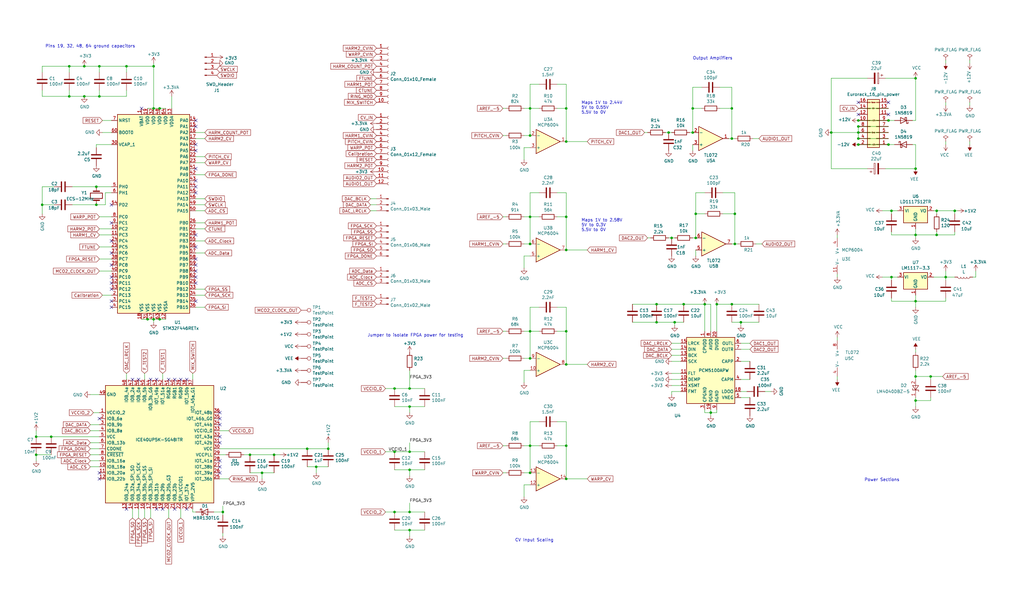
<source format=kicad_sch>
(kicad_sch (version 20230121) (generator eeschema)
  (paper "User" 431.8 250.012)
  (title_block (title "Addatone") (company "Mountjoy Modular"))
  (junction (at 374.65 50.8))
  (junction (at 35.56 40.64))
  (junction (at 21.59 184.15))
  (junction (at 172.72 190.5))
  (junction (at 133.35 196.85))
  (junction (at 172.72 171.45))
  (junction (at 386.08 158.75))
  (junction (at 223.52 45.72))
  (junction (at 67.31 45.72))
  (junction (at 172.72 198.12))
  (junction (at 281.94 55.88))
  (junction (at 29.21 27.94))
  (junction (at 293.37 100.33))
  (junction (at 67.31 134.62))
  (junction (at 172.72 215.9))
  (junction (at 308.61 128.27))
  (junction (at 172.72 223.52))
  (junction (at 238.76 153.67))
  (junction (at 64.77 134.62))
  (junction (at 15.24 184.15))
  (junction (at 53.34 27.94))
  (junction (at 386.08 168.91))
  (junction (at 283.21 100.33))
  (junction (at 110.49 199.39))
  (junction (at 361.95 58.42))
  (junction (at 309.88 90.17))
  (junction (at 292.1 55.88))
  (junction (at 276.86 135.89))
  (junction (at 386.08 71.12))
  (junction (at 288.29 128.27))
  (junction (at 41.91 40.64))
  (junction (at 312.42 135.89))
  (junction (at 223.52 151.13))
  (junction (at 375.92 116.84))
  (junction (at 172.72 163.83))
  (junction (at 41.91 27.94))
  (junction (at 105.41 191.77))
  (junction (at 223.52 139.7))
  (junction (at 398.78 116.84))
  (junction (at 375.92 88.9))
  (junction (at 166.37 163.83))
  (junction (at 166.37 215.9))
  (junction (at 238.76 105.41))
  (junction (at 129.54 189.23))
  (junction (at 64.77 27.94))
  (junction (at 223.52 187.96))
  (junction (at 238.76 139.7))
  (junction (at 166.37 190.5))
  (junction (at 386.08 127))
  (junction (at 350.52 55.88))
  (junction (at 29.21 40.64))
  (junction (at 309.88 102.87))
  (junction (at 402.59 88.9))
  (junction (at 223.52 91.44))
  (junction (at 386.08 33.02))
  (junction (at 15.24 191.77))
  (junction (at 93.98 215.9))
  (junction (at 223.52 57.15))
  (junction (at 138.43 189.23))
  (junction (at 293.37 90.17))
  (junction (at 40.64 78.74))
  (junction (at 386.08 99.06))
  (junction (at 361.95 50.8))
  (junction (at 40.64 86.36))
  (junction (at 299.72 173.99))
  (junction (at 308.61 58.42))
  (junction (at 361.95 60.96))
  (junction (at 302.26 128.27))
  (junction (at 394.97 88.9))
  (junction (at 238.76 59.69))
  (junction (at 238.76 201.93))
  (junction (at 238.76 45.72))
  (junction (at 284.48 135.89))
  (junction (at 292.1 45.72))
  (junction (at 223.52 102.87))
  (junction (at 238.76 187.96))
  (junction (at 223.52 199.39))
  (junction (at 361.95 53.34))
  (junction (at 308.61 45.72))
  (junction (at 297.18 128.27))
  (junction (at 276.86 128.27))
  (junction (at 361.95 55.88))
  (junction (at 64.77 45.72))
  (junction (at 392.43 158.75))
  (junction (at 115.57 191.77))
  (junction (at 62.23 134.62))
  (junction (at 35.56 27.94))
  (junction (at 238.76 91.44))
  (junction (at 17.78 86.36))
  (junction (at 394.97 99.06))
  (junction (at 374.65 60.96))
  (no_connect (at 82.55 60.96))
  (no_connect (at 41.91 199.39))
  (no_connect (at 78.74 160.02))
  (no_connect (at 361.95 43.18))
  (no_connect (at 58.42 160.02))
  (no_connect (at 82.55 104.14))
  (no_connect (at 361.95 48.26))
  (no_connect (at 46.99 106.68))
  (no_connect (at 82.55 81.28))
  (no_connect (at 55.88 160.02))
  (no_connect (at 76.2 160.02))
  (no_connect (at 66.04 160.02))
  (no_connect (at 78.74 214.63))
  (no_connect (at 46.99 111.76))
  (no_connect (at 92.71 199.39))
  (no_connect (at 92.71 176.53))
  (no_connect (at 53.34 214.63))
  (no_connect (at 82.55 109.22))
  (no_connect (at 68.58 214.63))
  (no_connect (at 66.04 214.63))
  (no_connect (at 82.55 114.3))
  (no_connect (at 92.71 196.85))
  (no_connect (at 92.71 186.69))
  (no_connect (at 92.71 184.15))
  (no_connect (at 46.99 129.54))
  (no_connect (at 82.55 78.74))
  (no_connect (at 92.71 194.31))
  (no_connect (at 82.55 76.2))
  (no_connect (at 46.99 93.98))
  (no_connect (at 46.99 86.36))
  (no_connect (at 82.55 119.38))
  (no_connect (at 46.99 119.38))
  (no_connect (at 374.65 48.26))
  (no_connect (at 82.55 127))
  (no_connect (at 46.99 127))
  (no_connect (at 59.69 45.72))
  (no_connect (at 73.66 160.02))
  (no_connect (at 82.55 71.12))
  (no_connect (at 82.55 53.34))
  (no_connect (at 82.55 116.84))
  (no_connect (at 46.99 116.84))
  (no_connect (at 71.12 160.02))
  (no_connect (at 63.5 160.02))
  (no_connect (at 82.55 63.5))
  (no_connect (at 46.99 121.92))
  (no_connect (at 41.91 201.93))
  (no_connect (at 82.55 50.8))
  (no_connect (at 41.91 176.53))
  (no_connect (at 92.71 173.99))
  (no_connect (at 73.66 214.63))
  (no_connect (at 46.99 101.6))
  (no_connect (at 82.55 111.76))
  (no_connect (at 374.65 43.18))
  (no_connect (at 92.71 179.07))
  (no_connect (at 82.55 99.06))
  (wire (pts (xy 238.76 129.54) (xy 238.76 139.7)))
  (wire (pts (xy 374.65 55.88) (xy 361.95 55.88)))
  (wire (pts (xy 398.78 125.73) (xy 398.78 127)))
  (wire (pts (xy 223.52 156.21) (xy 220.98 156.21)))
  (wire (pts (xy 295.91 36.83) (xy 292.1 36.83)))
  (wire (pts (xy 302.26 172.72) (xy 302.26 173.99)))
  (wire (pts (xy 266.7 128.27) (xy 276.86 128.27)))
  (wire (pts (xy 38.1 194.31) (xy 41.91 194.31)))
  (wire (pts (xy 133.35 199.39) (xy 133.35 196.85)))
  (wire (pts (xy 29.21 40.64) (xy 35.56 40.64)))
  (wire (pts (xy 53.34 40.64) (xy 53.34 38.1)))
  (wire (pts (xy 227.33 139.7) (xy 223.52 139.7)))
  (wire (pts (xy 281.94 100.33) (xy 283.21 100.33)))
  (wire (pts (xy 303.53 36.83) (xy 308.61 36.83)))
  (wire (pts (xy 374.65 53.34) (xy 361.95 53.34)))
  (wire (pts (xy 384.81 60.96) (xy 386.08 60.96)))
  (wire (pts (xy 234.95 35.56) (xy 238.76 35.56)))
  (wire (pts (xy 220.98 139.7) (xy 223.52 139.7)))
  (wire (pts (xy 17.78 86.36) (xy 22.86 86.36)))
  (wire (pts (xy 64.77 134.62) (xy 64.77 135.89)))
  (wire (pts (xy 53.34 27.94) (xy 41.91 27.94)))
  (wire (pts (xy 67.31 134.62) (xy 69.85 134.62)))
  (wire (pts (xy 394.97 99.06) (xy 386.08 99.06)))
  (wire (pts (xy 312.42 167.64) (xy 316.23 167.64)))
  (wire (pts (xy 41.91 38.1) (xy 41.91 40.64)))
  (wire (pts (xy 312.42 152.4) (xy 316.23 152.4)))
  (wire (pts (xy 41.91 40.64) (xy 53.34 40.64)))
  (wire (pts (xy 220.98 91.44) (xy 223.52 91.44)))
  (wire (pts (xy 29.21 30.48) (xy 29.21 27.94)))
  (wire (pts (xy 223.52 139.7) (xy 223.52 151.13)))
  (wire (pts (xy 386.08 96.52) (xy 386.08 99.06)))
  (wire (pts (xy 93.98 215.9) (xy 93.98 217.17)))
  (wire (pts (xy 166.37 223.52) (xy 172.72 223.52)))
  (wire (pts (xy 172.72 163.83) (xy 179.07 163.83)))
  (wire (pts (xy 223.52 91.44) (xy 223.52 102.87)))
  (wire (pts (xy 53.34 157.48) (xy 53.34 160.02)))
  (wire (pts (xy 299.72 172.72) (xy 299.72 173.99)))
  (wire (pts (xy 172.72 186.69) (xy 172.72 190.5)))
  (wire (pts (xy 308.61 58.42) (xy 309.88 58.42)))
  (wire (pts (xy 312.42 165.1) (xy 314.96 165.1)))
  (wire (pts (xy 92.71 181.61) (xy 96.52 181.61)))
  (wire (pts (xy 223.52 81.28) (xy 223.52 91.44)))
  (wire (pts (xy 350.52 71.12) (xy 350.52 55.88)))
  (wire (pts (xy 60.96 214.63) (xy 60.96 218.44)))
  (wire (pts (xy 227.33 187.96) (xy 223.52 187.96)))
  (wire (pts (xy 350.52 33.02) (xy 350.52 55.88)))
  (wire (pts (xy 411.48 114.3) (xy 411.48 116.84)))
  (wire (pts (xy 292.1 100.33) (xy 293.37 100.33)))
  (wire (pts (xy 398.78 116.84) (xy 398.78 118.11)))
  (wire (pts (xy 247.65 59.69) (xy 238.76 59.69)))
  (wire (pts (xy 375.92 88.9) (xy 378.46 88.9)))
  (wire (pts (xy 220.98 199.39) (xy 223.52 199.39)))
  (wire (pts (xy 361.95 45.72) (xy 374.65 45.72)))
  (wire (pts (xy 227.33 45.72) (xy 223.52 45.72)))
  (wire (pts (xy 308.61 36.83) (xy 308.61 45.72)))
  (wire (pts (xy 156.21 86.36) (xy 158.75 86.36)))
  (wire (pts (xy 386.08 99.06) (xy 386.08 100.33)))
  (wire (pts (xy 41.91 27.94) (xy 35.56 27.94)))
  (wire (pts (xy 41.91 109.22) (xy 46.99 109.22)))
  (wire (pts (xy 375.92 90.17) (xy 375.92 88.9)))
  (wire (pts (xy 238.76 35.56) (xy 238.76 45.72)))
  (wire (pts (xy 227.33 177.8) (xy 223.52 177.8)))
  (wire (pts (xy 166.37 171.45) (xy 172.72 171.45)))
  (wire (pts (xy 21.59 184.15) (xy 15.24 184.15)))
  (wire (pts (xy 166.37 198.12) (xy 172.72 198.12)))
  (wire (pts (xy 238.76 91.44) (xy 238.76 105.41)))
  (wire (pts (xy 92.71 191.77) (xy 95.25 191.77)))
  (wire (pts (xy 212.09 199.39) (xy 213.36 199.39)))
  (wire (pts (xy 156.21 88.9) (xy 158.75 88.9)))
  (wire (pts (xy 17.78 78.74) (xy 17.78 86.36)))
  (wire (pts (xy 46.99 60.96) (xy 40.64 60.96)))
  (wire (pts (xy 234.95 129.54) (xy 238.76 129.54)))
  (wire (pts (xy 53.34 27.94) (xy 64.77 27.94)))
  (wire (pts (xy 299.72 128.27) (xy 297.18 128.27)))
  (wire (pts (xy 408.94 25.4) (xy 408.94 26.67)))
  (wire (pts (xy 317.5 58.42) (xy 320.04 58.42)))
  (wire (pts (xy 375.92 118.11) (xy 375.92 116.84)))
  (wire (pts (xy 15.24 181.61) (xy 15.24 184.15)))
  (wire (pts (xy 271.78 55.88) (xy 273.05 55.88)))
  (wire (pts (xy 234.95 177.8) (xy 238.76 177.8)))
  (wire (pts (xy 402.59 88.9) (xy 402.59 90.17)))
  (wire (pts (xy 44.45 86.36) (xy 40.64 86.36)))
  (wire (pts (xy 290.83 55.88) (xy 292.1 55.88)))
  (wire (pts (xy 82.55 83.82) (xy 86.36 83.82)))
  (wire (pts (xy 402.59 97.79) (xy 402.59 99.06)))
  (wire (pts (xy 238.76 139.7) (xy 238.76 153.67)))
  (wire (pts (xy 63.5 214.63) (xy 63.5 218.44)))
  (wire (pts (xy 280.67 55.88) (xy 281.94 55.88)))
  (wire (pts (xy 93.98 224.79) (xy 93.98 226.06)))
  (wire (pts (xy 220.98 62.23) (xy 220.98 67.31)))
  (wire (pts (xy 30.48 86.36) (xy 40.64 86.36)))
  (wire (pts (xy 82.55 58.42) (xy 86.36 58.42)))
  (wire (pts (xy 46.99 124.46) (xy 43.18 124.46)))
  (wire (pts (xy 312.42 160.02) (xy 316.23 160.02)))
  (wire (pts (xy 212.09 139.7) (xy 213.36 139.7)))
  (wire (pts (xy 156.21 83.82) (xy 158.75 83.82)))
  (wire (pts (xy 276.86 135.89) (xy 284.48 135.89)))
  (wire (pts (xy 212.09 102.87) (xy 213.36 102.87)))
  (wire (pts (xy 129.54 196.85) (xy 133.35 196.85)))
  (wire (pts (xy 212.09 187.96) (xy 213.36 187.96)))
  (wire (pts (xy 402.59 88.9) (xy 403.86 88.9)))
  (wire (pts (xy 309.88 90.17) (xy 304.8 90.17)))
  (wire (pts (xy 220.98 156.21) (xy 220.98 161.29)))
  (wire (pts (xy 350.52 55.88) (xy 361.95 55.88)))
  (wire (pts (xy 29.21 38.1) (xy 29.21 40.64)))
  (wire (pts (xy 227.33 129.54) (xy 223.52 129.54)))
  (wire (pts (xy 58.42 214.63) (xy 58.42 218.44)))
  (wire (pts (xy 288.29 128.27) (xy 297.18 128.27)))
  (wire (pts (xy 308.61 58.42) (xy 308.61 45.72)))
  (wire (pts (xy 312.42 135.89) (xy 320.04 135.89)))
  (wire (pts (xy 297.18 90.17) (xy 293.37 90.17)))
  (wire (pts (xy 374.65 60.96) (xy 377.19 60.96)))
  (wire (pts (xy 82.55 106.68) (xy 86.36 106.68)))
  (wire (pts (xy 375.92 127) (xy 386.08 127)))
  (wire (pts (xy 172.72 223.52) (xy 179.07 223.52)))
  (wire (pts (xy 76.2 214.63) (xy 76.2 218.44)))
  (wire (pts (xy 393.7 116.84) (xy 398.78 116.84)))
  (wire (pts (xy 68.58 157.48) (xy 68.58 160.02)))
  (wire (pts (xy 17.78 27.94) (xy 29.21 27.94)))
  (wire (pts (xy 312.42 147.32) (xy 316.23 147.32)))
  (wire (pts (xy 386.08 168.91) (xy 386.08 171.45)))
  (wire (pts (xy 82.55 73.66) (xy 86.36 73.66)))
  (wire (pts (xy 386.08 71.12) (xy 373.38 71.12)))
  (wire (pts (xy 386.08 127) (xy 386.08 129.54)))
  (wire (pts (xy 81.28 214.63) (xy 81.28 215.9)))
  (wire (pts (xy 292.1 36.83) (xy 292.1 45.72)))
  (wire (pts (xy 212.09 45.72) (xy 213.36 45.72)))
  (wire (pts (xy 62.23 45.72) (xy 64.77 45.72)))
  (wire (pts (xy 375.92 116.84) (xy 378.46 116.84)))
  (wire (pts (xy 397.51 158.75) (xy 392.43 158.75)))
  (wire (pts (xy 38.1 166.37) (xy 41.91 166.37)))
  (wire (pts (xy 39.37 173.99) (xy 41.91 173.99)))
  (wire (pts (xy 40.64 60.96) (xy 40.64 62.23)))
  (wire (pts (xy 93.98 215.9) (xy 93.98 213.36)))
  (wire (pts (xy 172.72 171.45) (xy 179.07 171.45)))
  (wire (pts (xy 46.99 78.74) (xy 40.64 78.74)))
  (wire (pts (xy 386.08 60.96) (xy 386.08 71.12)))
  (wire (pts (xy 372.11 88.9) (xy 375.92 88.9)))
  (wire (pts (xy 283.21 162.56) (xy 287.02 162.56)))
  (wire (pts (xy 308.61 102.87) (xy 309.88 102.87)))
  (wire (pts (xy 129.54 189.23) (xy 138.43 189.23)))
  (wire (pts (xy 64.77 26.67) (xy 64.77 27.94)))
  (wire (pts (xy 64.77 27.94) (xy 64.77 45.72)))
  (wire (pts (xy 82.55 66.04) (xy 86.36 66.04)))
  (wire (pts (xy 162.56 163.83) (xy 166.37 163.83)))
  (wire (pts (xy 22.86 78.74) (xy 17.78 78.74)))
  (wire (pts (xy 392.43 168.91) (xy 392.43 167.64)))
  (wire (pts (xy 247.65 153.67) (xy 238.76 153.67)))
  (wire (pts (xy 309.88 102.87) (xy 309.88 90.17)))
  (wire (pts (xy 284.48 135.89) (xy 288.29 135.89)))
  (wire (pts (xy 220.98 151.13) (xy 223.52 151.13)))
  (wire (pts (xy 64.77 45.72) (xy 64.77 46.99)))
  (wire (pts (xy 247.65 201.93) (xy 238.76 201.93)))
  (wire (pts (xy 283.21 144.78) (xy 287.02 144.78)))
  (wire (pts (xy 82.55 93.98) (xy 86.36 93.98)))
  (wire (pts (xy 38.1 181.61) (xy 41.91 181.61)))
  (wire (pts (xy 283.21 152.4) (xy 287.02 152.4)))
  (wire (pts (xy 374.65 58.42) (xy 361.95 58.42)))
  (wire (pts (xy 293.37 105.41) (xy 293.37 107.95)))
  (wire (pts (xy 82.55 88.9) (xy 86.36 88.9)))
  (wire (pts (xy 118.11 191.77) (xy 115.57 191.77)))
  (wire (pts (xy 17.78 30.48) (xy 17.78 27.94)))
  (wire (pts (xy 283.21 157.48) (xy 287.02 157.48)))
  (wire (pts (xy 17.78 86.36) (xy 17.78 90.17)))
  (wire (pts (xy 398.78 59.69) (xy 398.78 60.96)))
  (wire (pts (xy 17.78 40.64) (xy 17.78 38.1)))
  (wire (pts (xy 386.08 127) (xy 398.78 127)))
  (wire (pts (xy 375.92 125.73) (xy 375.92 127)))
  (wire (pts (xy 172.72 163.83) (xy 166.37 163.83)))
  (wire (pts (xy 227.33 81.28) (xy 223.52 81.28)))
  (wire (pts (xy 86.36 124.46) (xy 82.55 124.46)))
  (wire (pts (xy 386.08 33.02) (xy 373.38 33.02)))
  (wire (pts (xy 172.72 215.9) (xy 179.07 215.9)))
  (wire (pts (xy 297.18 81.28) (xy 293.37 81.28)))
  (wire (pts (xy 408.94 43.18) (xy 408.94 44.45)))
  (wire (pts (xy 82.55 129.54) (xy 86.36 129.54)))
  (wire (pts (xy 212.09 91.44) (xy 213.36 91.44)))
  (wire (pts (xy 38.1 191.77) (xy 41.91 191.77)))
  (wire (pts (xy 312.42 144.78) (xy 316.23 144.78)))
  (wire (pts (xy 372.11 116.84) (xy 375.92 116.84)))
  (wire (pts (xy 276.86 128.27) (xy 288.29 128.27)))
  (wire (pts (xy 238.76 81.28) (xy 238.76 91.44)))
  (wire (pts (xy 398.78 114.3) (xy 398.78 116.84)))
  (wire (pts (xy 304.8 81.28) (xy 309.88 81.28)))
  (wire (pts (xy 365.76 33.02) (xy 350.52 33.02)))
  (wire (pts (xy 292.1 60.96) (xy 292.1 63.5)))
  (wire (pts (xy 234.95 45.72) (xy 238.76 45.72)))
  (wire (pts (xy 299.72 128.27) (xy 299.72 139.7)))
  (wire (pts (xy 64.77 45.72) (xy 67.31 45.72)))
  (wire (pts (xy 234.95 91.44) (xy 238.76 91.44)))
  (wire (pts (xy 384.81 50.8) (xy 386.08 50.8)))
  (wire (pts (xy 386.08 124.46) (xy 386.08 127)))
  (wire (pts (xy 220.98 102.87) (xy 223.52 102.87)))
  (wire (pts (xy 40.64 78.74) (xy 30.48 78.74)))
  (wire (pts (xy 375.92 97.79) (xy 375.92 99.06)))
  (wire (pts (xy 318.77 102.87) (xy 321.31 102.87)))
  (wire (pts (xy 172.72 156.21) (xy 172.72 163.83)))
  (wire (pts (xy 82.55 86.36) (xy 86.36 86.36)))
  (wire (pts (xy 361.95 53.34) (xy 361.95 55.88)))
  (wire (pts (xy 223.52 204.47) (xy 220.98 204.47)))
  (wire (pts (xy 172.72 198.12) (xy 179.07 198.12)))
  (wire (pts (xy 212.09 151.13) (xy 213.36 151.13)))
  (wire (pts (xy 223.52 62.23) (xy 220.98 62.23)))
  (wire (pts (xy 398.78 43.18) (xy 398.78 44.45)))
  (wire (pts (xy 17.78 40.64) (xy 29.21 40.64)))
  (wire (pts (xy 398.78 116.84) (xy 402.59 116.84)))
  (wire (pts (xy 283.21 147.32) (xy 287.02 147.32)))
  (wire (pts (xy 398.78 25.4) (xy 398.78 26.67)))
  (wire (pts (xy 92.71 189.23) (xy 129.54 189.23)))
  (wire (pts (xy 102.87 191.77) (xy 105.41 191.77)))
  (wire (pts (xy 394.97 90.17) (xy 394.97 88.9)))
  (wire (pts (xy 308.61 45.72) (xy 303.53 45.72)))
  (wire (pts (xy 353.06 158.75) (xy 353.06 160.02)))
  (wire (pts (xy 41.91 99.06) (xy 46.99 99.06)))
  (wire (pts (xy 297.18 172.72) (xy 297.18 173.99)))
  (wire (pts (xy 46.99 50.8) (xy 43.18 50.8)))
  (wire (pts (xy 43.18 55.88) (xy 46.99 55.88)))
  (wire (pts (xy 361.95 60.96) (xy 374.65 60.96)))
  (wire (pts (xy 110.49 199.39) (xy 115.57 199.39)))
  (wire (pts (xy 41.91 91.44) (xy 46.99 91.44)))
  (wire (pts (xy 353.06 99.06) (xy 353.06 100.33)))
  (wire (pts (xy 393.7 88.9) (xy 394.97 88.9)))
  (wire (pts (xy 411.48 116.84) (xy 410.21 116.84)))
  (wire (pts (xy 322.58 165.1) (xy 325.12 165.1)))
  (wire (pts (xy 55.88 218.44) (xy 55.88 214.63)))
  (wire (pts (xy 105.41 191.77) (xy 115.57 191.77)))
  (wire (pts (xy 44.45 86.36) (xy 44.45 81.28)))
  (wire (pts (xy 62.23 134.62) (xy 64.77 134.62)))
  (wire (pts (xy 293.37 81.28) (xy 293.37 90.17)))
  (wire (pts (xy 38.1 186.69) (xy 41.91 186.69)))
  (wire (pts (xy 82.55 68.58) (xy 86.36 68.58)))
  (wire (pts (xy 41.91 96.52) (xy 46.99 96.52)))
  (wire (pts (xy 238.76 187.96) (xy 238.76 201.93)))
  (wire (pts (xy 44.45 81.28) (xy 46.99 81.28)))
  (wire (pts (xy 172.72 190.5) (xy 166.37 190.5)))
  (wire (pts (xy 105.41 199.39) (xy 110.49 199.39)))
  (wire (pts (xy 394.97 97.79) (xy 394.97 99.06)))
  (wire (pts (xy 274.32 100.33) (xy 273.05 100.33)))
  (wire (pts (xy 96.52 201.93) (xy 92.71 201.93)))
  (wire (pts (xy 223.52 35.56) (xy 223.52 45.72)))
  (wire (pts (xy 223.52 45.72) (xy 223.52 57.15)))
  (wire (pts (xy 220.98 204.47) (xy 220.98 209.55)))
  (wire (pts (xy 266.7 135.89) (xy 276.86 135.89)))
  (wire (pts (xy 41.91 114.3) (xy 46.99 114.3)))
  (wire (pts (xy 59.69 134.62) (xy 62.23 134.62)))
  (wire (pts (xy 375.92 99.06) (xy 386.08 99.06)))
  (wire (pts (xy 287.02 165.1) (xy 283.21 165.1)))
  (wire (pts (xy 110.49 201.93) (xy 110.49 199.39)))
  (wire (pts (xy 223.52 107.95) (xy 220.98 107.95)))
  (wire (pts (xy 361.95 58.42) (xy 361.95 55.88)))
  (wire (pts (xy 386.08 168.91) (xy 392.43 168.91)))
  (wire (pts (xy 283.21 149.86) (xy 287.02 149.86)))
  (wire (pts (xy 308.61 135.89) (xy 312.42 135.89)))
  (wire (pts (xy 67.31 45.72) (xy 69.85 45.72)))
  (wire (pts (xy 133.35 196.85) (xy 138.43 196.85)))
  (wire (pts (xy 72.39 40.64) (xy 72.39 45.72)))
  (wire (pts (xy 386.08 147.32) (xy 386.08 148.59)))
  (wire (pts (xy 308.61 128.27) (xy 320.04 128.27)))
  (wire (pts (xy 223.52 177.8) (xy 223.52 187.96)))
  (wire (pts (xy 172.72 173.99) (xy 172.72 171.45)))
  (wire (pts (xy 162.56 190.5) (xy 166.37 190.5)))
  (wire (pts (xy 38.1 189.23) (xy 41.91 189.23)))
  (wire (pts (xy 82.55 96.52) (xy 86.36 96.52)))
  (wire (pts (xy 299.72 173.99) (xy 299.72 175.26)))
  (wire (pts (xy 283.21 165.1) (xy 283.21 166.37)))
  (wire (pts (xy 302.26 128.27) (xy 308.61 128.27)))
  (wire (pts (xy 392.43 158.75) (xy 386.08 158.75)))
  (wire (pts (xy 172.72 190.5) (xy 179.07 190.5)))
  (wire (pts (xy 29.21 27.94) (xy 35.56 27.94)))
  (wire (pts (xy 238.76 177.8) (xy 238.76 187.96)))
  (wire (pts (xy 227.33 91.44) (xy 223.52 91.44)))
  (wire (pts (xy 365.76 71.12) (xy 350.52 71.12)))
  (wire (pts (xy 38.1 196.85) (xy 41.91 196.85)))
  (wire (pts (xy 138.43 186.69) (xy 138.43 189.23)))
  (wire (pts (xy 402.59 99.06) (xy 394.97 99.06)))
  (wire (pts (xy 238.76 45.72) (xy 238.76 59.69)))
  (wire (pts (xy 394.97 88.9) (xy 402.59 88.9)))
  (wire (pts (xy 53.34 30.48) (xy 53.34 27.94)))
  (wire (pts (xy 295.91 45.72) (xy 292.1 45.72)))
  (wire (pts (xy 220.98 45.72) (xy 223.52 45.72)))
  (wire (pts (xy 82.55 121.92) (xy 86.36 121.92)))
  (wire (pts (xy 386.08 158.75) (xy 386.08 160.02)))
  (wire (pts (xy 64.77 134.62) (xy 67.31 134.62)))
  (wire (pts (xy 38.1 179.07) (xy 41.91 179.07)))
  (wire (pts (xy 353.06 115.57) (xy 353.06 116.84)))
  (wire (pts (xy 309.88 81.28) (xy 309.88 90.17)))
  (wire (pts (xy 292.1 45.72) (xy 292.1 55.88)))
  (wire (pts (xy 234.95 81.28) (xy 238.76 81.28)))
  (wire (pts (xy 302.26 128.27) (xy 302.26 139.7)))
  (wire (pts (xy 41.91 30.48) (xy 41.91 27.94)))
  (wire (pts (xy 81.28 215.9) (xy 82.55 215.9)))
  (wire (pts (xy 293.37 90.17) (xy 293.37 100.33)))
  (wire (pts (xy 281.94 55.88) (xy 283.21 55.88)))
  (wire (pts (xy 172.72 215.9) (xy 166.37 215.9)))
  (wire (pts (xy 41.91 184.15) (xy 21.59 184.15)))
  (wire (pts (xy 307.34 58.42) (xy 308.61 58.42)))
  (wire (pts (xy 353.06 142.24) (xy 353.06 143.51)))
  (wire (pts (xy 220.98 187.96) (xy 223.52 187.96)))
  (wire (pts (xy 220.98 107.95) (xy 220.98 113.03)))
  (wire (pts (xy 212.09 57.15) (xy 213.36 57.15)))
  (wire (pts (xy 220.98 57.15) (xy 223.52 57.15)))
  (wire (pts (xy 15.24 191.77) (xy 15.24 194.31)))
  (wire (pts (xy 234.95 139.7) (xy 238.76 139.7)))
  (wire (pts (xy 82.55 101.6) (xy 86.36 101.6)))
  (wire (pts (xy 283.21 160.02) (xy 287.02 160.02)))
  (wire (pts (xy 284.48 137.16) (xy 284.48 135.89)))
  (wire (pts (xy 172.72 212.09) (xy 172.72 215.9)))
  (wire (pts (xy 41.91 104.14) (xy 46.99 104.14)))
  (wire (pts (xy 386.08 167.64) (xy 386.08 168.91)))
  (wire (pts (xy 82.55 55.88) (xy 86.36 55.88)))
  (wire (pts (xy 81.28 157.48) (xy 81.28 160.02)))
  (wire (pts (xy 247.65 105.41) (xy 238.76 105.41)))
  (wire (pts (xy 408.94 59.69) (xy 408.94 60.96)))
  (wire (pts (xy 227.33 35.56) (xy 223.52 35.56)))
  (wire (pts (xy 392.43 160.02) (xy 392.43 158.75)))
  (wire (pts (xy 90.17 215.9) (xy 93.98 215.9)))
  (wire (pts (xy 35.56 40.64) (xy 41.91 40.64)))
  (wire (pts (xy 374.65 50.8) (xy 377.19 50.8)))
  (wire (pts (xy 283.21 100.33) (xy 284.48 100.33)))
  (wire (pts (xy 223.52 187.96) (xy 223.52 199.39)))
  (wire (pts (xy 60.96 157.48) (xy 60.96 160.02)))
  (wire (pts (xy 297.18 128.27) (xy 297.18 139.7)))
  (wire (pts (xy 386.08 50.8) (xy 386.08 33.02)))
  (wire (pts (xy 386.08 156.21) (xy 386.08 158.75)))
  (wire (pts (xy 172.72 200.66) (xy 172.72 198.12)))
  (wire (pts (xy 302.26 173.99) (xy 299.72 173.99)))
  (wire (pts (xy 162.56 215.9) (xy 166.37 215.9)))
  (wire (pts (xy 172.72 226.06) (xy 172.72 223.52)))
  (wire (pts (xy 309.88 102.87) (xy 311.15 102.87)))
  (wire (pts (xy 297.18 173.99) (xy 299.72 173.99)))
  (wire (pts (xy 223.52 129.54) (xy 223.52 139.7)))
  (wire (pts (xy 361.95 50.8) (xy 374.65 50.8)))
  (wire (pts (xy 312.42 137.16) (xy 312.42 135.89)))
  (wire (pts (xy 21.59 191.77) (xy 15.24 191.77)))
  (wire (pts (xy 234.95 187.96) (xy 238.76 187.96)))
  (wire (pts (xy 71.12 214.63) (xy 71.12 218.44)))
  (text "Power Sections" (at 364.49 203.2 0) (effects (font (size 1.27 1.27)) (justify left bottom)))
  (text "Output Amplifiers" (at 292.1 25.4 0) (effects (font (size 1.27 1.27)) (justify left bottom)))
  (text "Pins 19, 32, 48, 64 ground capacitors" (at 19.05 20.32 0) (effects (font (size 1.27 1.27)) (justify left bottom)))
  (text "Maps 1V to 2.44V\n5V to 0.55V\n5.5V to 0V" (at 245.11 48.26 0) (effects (font (size 1.27 1.27)) (justify left bottom)))
  (text "CV Input Scaling" (at 217.17 228.6 0) (effects (font (size 1.27 1.27)) (justify left bottom)))
  (text "Maps 1V to 2.58V\n5V to 0.3V\n5.5V to 0V" (at 245.11 97.79 0) (effects (font (size 1.27 1.27)) (justify left bottom)))
  (text "Jumper to isolate FPGA power for testing" (at 154.94 142.24 0) (effects (font (size 1.27 1.27)) (justify left bottom)))
  (label "FPGA_3V3" (at 172.72 212.09 0))
  (label "VCCIO_1" (at 163.83 190.5 0))
  (label "FPGA_3V3" (at 172.72 186.69 0))
  (label "FPGA_3V3" (at 93.98 213.36 0))
  (label "FPGA_3V3" (at 172.72 160.02 0))
  (global_label "WARP_CVIN" (shape input) (at 212.09 199.39 180) (property "Intersheetrefs" "${INTERSHEET_REFS}" (effects hide)))
  (global_label "VCCIO_1" (shape input) (at 162.56 190.5 180) (property "Intersheetrefs" "${INTERSHEET_REFS}" (effects hide)))
  (global_label "CV_IN" (shape input) (at 158.75 49.53 180) (property "Intersheetrefs" "${INTERSHEET_REFS}" (effects hide)))
  (global_label "PITCH_CV" (shape input) (at 86.36 66.04 0) (property "Intersheetrefs" "${INTERSHEET_REFS}" (effects hide)))
  (global_label "VCCIO_1" (shape input) (at 76.2 218.44 270) (property "Intersheetrefs" "${INTERSHEET_REFS}" (effects hide)))
  (global_label "ADC_Clock" (shape input) (at 38.1 194.31 180) (property "Intersheetrefs" "${INTERSHEET_REFS}" (effects hide)))
  (global_label "FTUNE" (shape input) (at 158.75 33.02 180) (property "Intersheetrefs" "${INTERSHEET_REFS}" (effects hide)))
  (global_label "SWDIO" (shape input) (at 86.36 83.82 0) (property "Intersheetrefs" "${INTERSHEET_REFS}" (effects hide)))
  (global_label "DAC_BCLK" (shape input) (at 283.21 149.86 180) (property "Intersheetrefs" "${INTERSHEET_REFS}" (effects hide)))
  (global_label "SWCLK" (shape input) (at 86.36 86.36 0) (property "Intersheetrefs" "${INTERSHEET_REFS}" (effects hide)))
  (global_label "HARM2_CVIN" (shape input) (at 212.09 151.13 180) (property "Intersheetrefs" "${INTERSHEET_REFS}" (effects hide)))
  (global_label "HARM2_CV" (shape input) (at 247.65 153.67 0) (property "Intersheetrefs" "${INTERSHEET_REFS}" (effects hide)))
  (global_label "DAC1_OUT" (shape input) (at 271.78 55.88 180) (property "Intersheetrefs" "${INTERSHEET_REFS}" (effects hide)))
  (global_label "HARM_COUNT_POT" (shape input) (at 86.36 55.88 0) (property "Intersheetrefs" "${INTERSHEET_REFS}" (effects hide)))
  (global_label "HARM1_POT" (shape input) (at 158.75 35.56 180) (property "Intersheetrefs" "${INTERSHEET_REFS}" (effects hide)))
  (global_label "FTUNE" (shape input) (at 41.91 104.14 180) (property "Intersheetrefs" "${INTERSHEET_REFS}" (effects hide)))
  (global_label "AREF_-5" (shape input) (at 212.09 91.44 180) (property "Intersheetrefs" "${INTERSHEET_REFS}" (effects hide)))
  (global_label "AREF_-5" (shape input) (at 212.09 45.72 180) (property "Intersheetrefs" "${INTERSHEET_REFS}" (effects hide)))
  (global_label "HARM1_POT" (shape input) (at 86.36 93.98 0) (property "Intersheetrefs" "${INTERSHEET_REFS}" (effects hide)))
  (global_label "FPGA_RESET" (shape input) (at 41.91 109.22 180) (property "Intersheetrefs" "${INTERSHEET_REFS}" (effects hide)))
  (global_label "HARM1_CV" (shape input) (at 247.65 105.41 0) (property "Intersheetrefs" "${INTERSHEET_REFS}" (effects hide)))
  (global_label "ADC_Data" (shape input) (at 158.75 114.3 180) (property "Intersheetrefs" "${INTERSHEET_REFS}" (effects hide)))
  (global_label "VCCIO_0" (shape input) (at 96.52 181.61 0) (property "Intersheetrefs" "${INTERSHEET_REFS}" (effects hide)))
  (global_label "FPGA_RESET" (shape input) (at 38.1 191.77 180) (property "Intersheetrefs" "${INTERSHEET_REFS}" (effects hide)))
  (global_label "FPGA_SO" (shape input) (at 55.88 218.44 270) (property "Intersheetrefs" "${INTERSHEET_REFS}" (effects hide)))
  (global_label "AUDIO2_OUT" (shape input) (at 321.31 102.87 0) (property "Intersheetrefs" "${INTERSHEET_REFS}" (effects hide)))
  (global_label "MIX_SWITCH" (shape input) (at 158.75 43.18 180) (property "Intersheetrefs" "${INTERSHEET_REFS}" (effects hide)))
  (global_label "ADC_Data" (shape input) (at 86.36 106.68 0) (property "Intersheetrefs" "${INTERSHEET_REFS}" (effects hide)))
  (global_label "MCO2_CLOCK_OUT" (shape input) (at 41.91 114.3 180) (property "Intersheetrefs" "${INTERSHEET_REFS}" (effects hide)))
  (global_label "Calibration" (shape input) (at 43.18 124.46 180) (property "Intersheetrefs" "${INTERSHEET_REFS}" (effects hide)))
  (global_label "ADC_CS" (shape input) (at 86.36 88.9 0) (property "Intersheetrefs" "${INTERSHEET_REFS}" (effects hide)))
  (global_label "DAC_BCLK" (shape input) (at 156.21 83.82 180) (property "Intersheetrefs" "${INTERSHEET_REFS}" (effects hide)))
  (global_label "ADC_CS" (shape input) (at 158.75 119.38 180) (property "Intersheetrefs" "${INTERSHEET_REFS}" (effects hide)))
  (global_label "HARM2_CV" (shape input) (at 86.36 58.42 0) (property "Intersheetrefs" "${INTERSHEET_REFS}" (effects hide)))
  (global_label "CTUNE" (shape input) (at 158.75 38.1 180) (property "Intersheetrefs" "${INTERSHEET_REFS}" (effects hide)))
  (global_label "FPGA_DONE" (shape input) (at 158.75 107.95 180) (property "Intersheetrefs" "${INTERSHEET_REFS}" (effects hide)))
  (global_label "DAC2_OUT" (shape input) (at 316.23 147.32 0) (property "Intersheetrefs" "${INTERSHEET_REFS}" (effects hide)))
  (global_label "HARM2_POT" (shape input) (at 158.75 69.85 180) (property "Intersheetrefs" "${INTERSHEET_REFS}" (effects hide)))
  (global_label "Calibration" (shape input) (at 158.75 64.77 180) (property "Intersheetrefs" "${INTERSHEET_REFS}" (effects hide)))
  (global_label "WARP_CVIN" (shape input) (at 158.75 22.86 180) (property "Intersheetrefs" "${INTERSHEET_REFS}" (effects hide)))
  (global_label "HARM1_CVIN" (shape input) (at 212.09 102.87 180) (property "Intersheetrefs" "${INTERSHEET_REFS}" (effects hide)))
  (global_label "PITCH_CV" (shape input) (at 247.65 59.69 0) (property "Intersheetrefs" "${INTERSHEET_REFS}" (effects hide)))
  (global_label "HARM_COUNT_POT" (shape input) (at 158.75 27.94 180) (property "Intersheetrefs" "${INTERSHEET_REFS}" (effects hide)))
  (global_label "AREF_-5" (shape input) (at 212.09 139.7 180) (property "Intersheetrefs" "${INTERSHEET_REFS}" (effects hide)))
  (global_label "MCO2_CLOCK_OUT" (shape input) (at 127 130.81 180) (property "Intersheetrefs" "${INTERSHEET_REFS}" (effects hide)))
  (global_label "FPGA_DONE" (shape input) (at 38.1 189.23 180) (property "Intersheetrefs" "${INTERSHEET_REFS}" (effects hide)))
  (global_label "HARM1_CVIN" (shape input) (at 158.75 57.15 180) (property "Intersheetrefs" "${INTERSHEET_REFS}" (effects hide)))
  (global_label "ADC_CS" (shape input) (at 38.1 196.85 180) (property "Intersheetrefs" "${INTERSHEET_REFS}" (effects hide)))
  (global_label "DAC_DATA" (shape input) (at 283.21 147.32 180) (property "Intersheetrefs" "${INTERSHEET_REFS}" (effects hide)))
  (global_label "FPGA_SS" (shape input) (at 86.36 121.92 0) (property "Intersheetrefs" "${INTERSHEET_REFS}" (effects hide)))
  (global_label "AUDIO1_OUT" (shape input) (at 158.75 77.47 180) (property "Intersheetrefs" "${INTERSHEET_REFS}" (effects hide)))
  (global_label "WARP_POT" (shape input) (at 41.91 91.44 180) (property "Intersheetrefs" "${INTERSHEET_REFS}" (effects hide)))
  (global_label "MIX_SWITCH" (shape input) (at 81.28 157.48 90) (property "Intersheetrefs" "${INTERSHEET_REFS}" (effects hide)))
  (global_label "FPGA_SI" (shape input) (at 158.75 102.87 180) (property "Intersheetrefs" "${INTERSHEET_REFS}" (effects hide)))
  (global_label "DAC1_OUT" (shape input) (at 316.23 144.78 0) (property "Intersheetrefs" "${INTERSHEET_REFS}" (effects hide)))
  (global_label "FPGA_SS" (shape input) (at 158.75 97.79 180) (property "Intersheetrefs" "${INTERSHEET_REFS}" (effects hide)))
  (global_label "RING_MOD" (shape input) (at 96.52 201.93 0) (property "Intersheetrefs" "${INTERSHEET_REFS}" (effects hide)))
  (global_label "AUDIO1_OUT" (shape input) (at 320.04 58.42 0) (property "Intersheetrefs" "${INTERSHEET_REFS}" (effects hide)))
  (global_label "HARM2_POT" (shape input) (at 41.91 96.52 180) (property "Intersheetrefs" "${INTERSHEET_REFS}" (effects hide)))
  (global_label "WARP_POT" (shape input) (at 158.75 62.23 180) (property "Intersheetrefs" "${INTERSHEET_REFS}" (effects hide)))
  (global_label "FPGA_SI" (shape input) (at 63.5 218.44 270) (property "Intersheetrefs" "${INTERSHEET_REFS}" (effects hide)))
  (global_label "ADC_Clock" (shape input) (at 86.36 101.6 0) (property "Intersheetrefs" "${INTERSHEET_REFS}" (effects hide)))
  (global_label "DAC_LRCLK" (shape input) (at 283.21 144.78 180) (property "Intersheetrefs" "${INTERSHEET_REFS}" (effects hide)))
  (global_label "CV_IN" (shape input) (at 361.95 45.72 180) (property "Intersheetrefs" "${INTERSHEET_REFS}" (effects hide)))
  (global_label "F_TEST1" (shape input) (at 68.58 157.48 90) (property "Intersheetrefs" "${INTERSHEET_REFS}" (effects hide)))
  (global_label "F_TEST1" (shape input) (at 158.75 125.73 180) (property "Intersheetrefs" "${INTERSHEET_REFS}" (effects hide)))
  (global_label "FPGA_DONE" (shape input) (at 86.36 73.66 0) (property "Intersheetrefs" "${INTERSHEET_REFS}" (effects hide)))
  (global_label "SWDIO" (shape input) (at 91.44 31.75 0) (property "Intersheetrefs" "${INTERSHEET_REFS}" (effects hide)))
  (global_label "DAC_BCLK" (shape input) (at 38.1 181.61 180) (property "Intersheetrefs" "${INTERSHEET_REFS}" (effects hide)))
  (global_label "DAC_DATA" (shape input) (at 156.21 86.36 180) (property "Intersheetrefs" "${INTERSHEET_REFS}" (effects hide)))
  (global_label "VCCIO_2" (shape input) (at 162.56 215.9 180) (property "Intersheetrefs" "${INTERSHEET_REFS}" (effects hide)))
  (global_label "PITCH_CVIN" (shape input) (at 212.09 57.15 180) (property "Intersheetrefs" "${INTERSHEET_REFS}" (effects hide)))
  (global_label "AREF_-5" (shape input) (at 212.09 187.96 180) (property "Intersheetrefs" "${INTERSHEET_REFS}" (effects hide)))
  (global_label "HARM2_CVIN" (shape input) (at 158.75 20.32 180) (property "Intersheetrefs" "${INTERSHEET_REFS}" (effects hide)))
  (global_label "FPGA_SCK" (shape input) (at 158.75 95.25 180) (property "Intersheetrefs" "${INTERSHEET_REFS}" (effects hide)))
  (global_label "HARM1_CV" (shape input) (at 41.91 99.06 180) (property "Intersheetrefs" "${INTERSHEET_REFS}" (effects hide)))
  (global_label "F_TEST2" (shape input) (at 158.75 128.27 180) (property "Intersheetrefs" "${INTERSHEET_REFS}" (effects hide)))
  (global_label "WARP_CV" (shape input) (at 247.65 201.93 0) (property "Intersheetrefs" "${INTERSHEET_REFS}" (effects hide)))
  (global_label "DAC_LRCLK" (shape input) (at 156.21 88.9 180) (property "Intersheetrefs" "${INTERSHEET_REFS}" (effects hide)))
  (global_label "CTUNE" (shape input) (at 86.36 96.52 0) (property "Intersheetrefs" "${INTERSHEET_REFS}" (effects hide)))
  (global_label "FPGA_RESET" (shape input) (at 158.75 100.33 180) (property "Intersheetrefs" "${INTERSHEET_REFS}" (effects hide)))
  (global_label "AREF_-5" (shape input) (at 397.51 158.75 0) (property "Intersheetrefs" "${INTERSHEET_REFS}" (effects hide)))
  (global_label "ADC_Data" (shape input) (at 38.1 186.69 180) (property "Intersheetrefs" "${INTERSHEET_REFS}" (effects hide)))
  (global_label "AUDIO2_OUT" (shape input) (at 158.75 74.93 180) (property "Intersheetrefs" "${INTERSHEET_REFS}" (effects hide)))
  (global_label "WARP_CV" (shape input) (at 86.36 68.58 0) (property "Intersheetrefs" "${INTERSHEET_REFS}" (effects hide)))
  (global_label "MCO2_CLOCK_OUT" (shape input) (at 71.12 218.44 270) (property "Intersheetrefs" "${INTERSHEET_REFS}" (effects hide)))
  (global_label "VCCIO_0" (shape input) (at 162.56 163.83 180) (property "Intersheetrefs" "${INTERSHEET_REFS}" (effects hide)))
  (global_label "ADC_Clock" (shape input) (at 158.75 116.84 180) (property "Intersheetrefs" "${INTERSHEET_REFS}" (effects hide)))
  (global_label "F_TEST2" (shape input) (at 60.96 157.48 90) (property "Intersheetrefs" "${INTERSHEET_REFS}" (effects hide)))
  (global_label "FPGA_SS" (shape input) (at 60.96 218.44 270) (property "Intersheetrefs" "${INTERSHEET_REFS}" (effects hide)))
  (global_label "RESET" (shape input) (at 158.75 67.31 180) (property "Intersheetrefs" "${INTERSHEET_REFS}" (effects hide)))
  (global_label "RING_MOD" (shape input) (at 158.75 40.64 180) (property "Intersheetrefs" "${INTERSHEET_REFS}" (effects hide)))
  (global_label "SWCLK" (shape input) (at 91.44 29.21 0) (property "Intersheetrefs" "${INTERSHEET_REFS}" (effects hide)))
  (global_label "DAC_LRCLK" (shape input) (at 53.34 157.48 90) (property "Intersheetrefs" "${INTERSHEET_REFS}" (effects hide)))
  (global_label "VCCIO_2" (shape input) (at 39.37 173.99 180) (property "Intersheetrefs" "${INTERSHEET_REFS}" (effects hide)))
  (global_label "FPGA_SI" (shape input) (at 86.36 129.54 0) (property "Intersheetrefs" "${INTERSHEET_REFS}" (effects hide)))
  (global_label "DAC2_OUT" (shape input) (at 273.05 100.33 180) (property "Intersheetrefs" "${INTERSHEET_REFS}" (effects hide)))
  (global_label "FPGA_SCK" (shape input) (at 86.36 124.46 0) (property "Intersheetrefs" "${INTERSHEET_REFS}" (effects hide)))
  (global_label "DAC_DATA" (shape input) (at 38.1 179.07 180) (property "Intersheetrefs" "${INTERSHEET_REFS}" (effects hide)))
  (global_label "FPGA_SO" (shape input) (at 158.75 105.41 180) (property "Intersheetrefs" "${INTERSHEET_REFS}" (effects hide)))
  (global_label "FPGA_SCK" (shape input) (at 58.42 218.44 270) (property "Intersheetrefs" "${INTERSHEET_REFS}" (effects hide)))
  (global_label "RESET" (shape input) (at 43.18 50.8 180) (property "Intersheetrefs" "${INTERSHEET_REFS}" (effects hide)))
  (global_label "PITCH_CVIN" (shape input) (at 158.75 59.69 180) (property "Intersheetrefs" "${INTERSHEET_REFS}" (effects hide)))
  (symbol (lib_id "Device:C") (at 40.64 66.04 180) (unit 1)
    (property "Reference" "C5" (at 38.1 67.31 0) (effects (justify left)))
    (property "Value" "2.2uF" (at 38.1 64.77 0) (effects (justify left)))
    (property "Footprint" "Capacitors_SMD:C_0805_HandSoldering" (effects hide))
  )
  (symbol (lib_id "AddaTone components-rescue:Conn_01x04_Male-Connector") (at 86.36 26.67 0) (unit 1)
    (property "Reference" "J1" (at 91.44 38.1 0))
    (property "Value" "SWD_Header" (at 92.71 35.56 0))
    (property "Footprint" "Custom_Footprints:SWD_header" (effects hide))
  )
  (symbol (lib_id "AddaTone components-rescue:+3.3V-power") (at 91.44 24.13 270) (unit 1)
    (property "Reference" "#PWR014" (effects hide))
    (property "Value" "+3.3V" (at 94.6912 24.511 90) (effects (justify left)))
  )
  (symbol (lib_id "power:GND") (at 91.44 26.67 90) (unit 1)
    (property "Reference" "#PWR015" (effects hide))
    (property "Value" "GND" (at 94.6912 26.543 90) (effects (justify right)))
  )
  (symbol (lib_id "Device:Crystal") (at 40.64 82.55 90) (unit 1)
    (property "Reference" "Y1" (at 34.29 81.28 90) (effects (justify right)))
    (property "Value" "ECS-12MHz" (at 27.94 83.82 90) (effects (justify right)))
    (property "Footprint" "Crystals:Crystal_SMD_0603-2pin_6.0x3.5mm_HandSoldering" (effects hide))
  )
  (symbol (lib_id "Device:C") (at 26.67 78.74 270) (unit 1)
    (property "Reference" "C2" (at 21.59 77.47 90) (effects (justify left)))
    (property "Value" "18pF" (at 20.32 80.01 90) (effects (justify left)))
    (property "Footprint" "Capacitors_SMD:C_0805_HandSoldering" (effects hide))
  )
  (symbol (lib_id "Device:C") (at 26.67 86.36 270) (unit 1)
    (property "Reference" "C3" (at 21.59 85.09 90) (effects (justify left)))
    (property "Value" "18pF" (at 20.32 87.63 90) (effects (justify left)))
    (property "Footprint" "Capacitors_SMD:C_0805_HandSoldering" (effects hide))
  )
  (symbol (lib_id "power:GND") (at 17.78 90.17 0) (unit 1)
    (property "Reference" "#PWR01" (effects hide))
    (property "Value" "GND" (at 17.907 93.4212 90) (effects (justify right)))
  )
  (symbol (lib_id "AddaTone components-rescue:+3.3V-power") (at 64.77 26.67 0) (unit 1)
    (property "Reference" "#PWR011" (effects hide))
    (property "Value" "+3.3V" (at 64.77 22.86 0))
  )
  (symbol (lib_id "power:GND") (at 64.77 135.89 0) (unit 1)
    (property "Reference" "#PWR012" (effects hide))
    (property "Value" "GND" (at 64.897 140.2842 0))
  )
  (symbol (lib_id "AddaTone components-rescue:+3.3V-power") (at 35.56 27.94 0) (unit 1)
    (property "Reference" "#PWR03" (effects hide))
    (property "Value" "+3.3V" (at 35.941 23.5458 0))
  )
  (symbol (lib_id "Device:C") (at 17.78 34.29 0) (unit 1)
    (property "Reference" "C1" (at 20.701 33.1216 0) (effects (justify left)))
    (property "Value" "100nF" (at 20.701 35.433 0) (effects (justify left)))
    (property "Footprint" "Capacitors_SMD:C_0603_HandSoldering" (effects hide))
  )
  (symbol (lib_id "power:GND") (at 35.56 40.64 0) (unit 1)
    (property "Reference" "#PWR04" (effects hide))
    (property "Value" "GND" (at 35.687 45.0342 0))
  )
  (symbol (lib_id "Device:C") (at 29.21 34.29 0) (unit 1)
    (property "Reference" "C4" (at 32.131 33.1216 0) (effects (justify left)))
    (property "Value" "100nF" (at 32.131 35.433 0) (effects (justify left)))
    (property "Footprint" "Capacitors_SMD:C_0603_HandSoldering" (effects hide))
  )
  (symbol (lib_id "Device:C") (at 41.91 34.29 0) (unit 1)
    (property "Reference" "C8" (at 44.831 33.1216 0) (effects (justify left)))
    (property "Value" "100nF" (at 44.831 35.433 0) (effects (justify left)))
    (property "Footprint" "Capacitors_SMD:C_0805_HandSoldering" (effects hide))
  )
  (symbol (lib_id "Device:C") (at 53.34 34.29 0) (unit 1)
    (property "Reference" "C10" (at 56.261 33.1216 0) (effects (justify left)))
    (property "Value" "100nF" (at 56.261 35.433 0) (effects (justify left)))
    (property "Footprint" "Capacitors_SMD:C_0805_HandSoldering" (effects hide))
  )
  (symbol (lib_id "power:GND") (at 40.64 69.85 0) (unit 1)
    (property "Reference" "#PWR02" (effects hide))
    (property "Value" "GND" (at 40.767 74.2442 0))
  )
  (symbol (lib_id "power:PWR_FLAG") (at 408.94 43.18 0) (unit 1)
    (property "Reference" "#FLG05" (effects hide))
    (property "Value" "PWR_FLAG" (at 408.94 38.7604 0))
  )
  (symbol (lib_id "power:GND") (at 408.94 44.45 0) (unit 1)
    (property "Reference" "#PWR089" (effects hide))
    (property "Value" "GND" (at 409.067 48.8442 0))
  )
  (symbol (lib_id "power:GND") (at 386.08 100.33 0) (unit 1)
    (property "Reference" "#PWR072" (effects hide))
    (property "Value" "GND" (at 386.207 104.7242 0))
  )
  (symbol (lib_id "Amplifier_Operational:MCP6004") (at 231.14 59.69 0) (mirror x) (unit 1)
    (property "Reference" "U3" (at 231.14 50.3682 0))
    (property "Value" "MCP6004" (at 231.14 52.6796 0))
    (property "Footprint" "SMD_Packages:SOIC-14_N" (effects hide))
    (property "Datasheet" "http://ww1.microchip.com/downloads/en/DeviceDoc/21733j.pdf" (effects hide))
  )
  (symbol (lib_id "Device:R") (at 231.14 45.72 270) (unit 1)
    (property "Reference" "R10" (at 231.14 40.4622 90))
    (property "Value" "47k" (at 231.14 42.7736 90))
    (property "Footprint" "Resistors_SMD:R_0805_HandSoldering" (effects hide))
  )
  (symbol (lib_id "Device:R") (at 217.17 45.72 270) (unit 1)
    (property "Reference" "R2" (at 217.17 40.4622 90))
    (property "Value" "82k" (at 217.17 42.7736 90))
    (property "Footprint" "Resistors_SMD:R_0805_HandSoldering" (effects hide))
  )
  (symbol (lib_id "Device:R") (at 217.17 57.15 270) (unit 1)
    (property "Reference" "R3" (at 217.17 59.69 90))
    (property "Value" "100k" (at 217.17 62.23 90))
    (property "Footprint" "Resistors_SMD:R_0805_HandSoldering" (effects hide))
  )
  (symbol (lib_id "power:GND") (at 220.98 67.31 0) (unit 1)
    (property "Reference" "#PWR042" (effects hide))
    (property "Value" "GND" (at 221.107 71.7042 0))
  )
  (symbol (lib_id "Device:C") (at 231.14 35.56 90) (unit 1)
    (property "Reference" "C27" (at 231.14 29.1592 90))
    (property "Value" "1.5nF" (at 231.14 31.4706 90))
    (property "Footprint" "Capacitors_SMD:C_0805_HandSoldering" (effects hide))
  )
  (symbol (lib_id "Reference_Voltage:LM4040DBZ-10") (at 386.08 163.83 270) (unit 1)
    (property "Reference" "D2" (at 379.73 162.56 90) (effects (justify left)))
    (property "Value" "LM4040DBZ-5" (at 369.57 165.1 90) (effects (justify left)))
    (property "Footprint" "TO_SOT_Packages_SMD:SOT-23" (effects hide))
    (property "Datasheet" "http://www.ti.com/lit/ds/symlink/lm4040-n.pdf" (effects hide))
  )
  (symbol (lib_id "Device:R") (at 386.08 152.4 0) (unit 1)
    (property "Reference" "R22" (at 387.858 151.2316 0) (effects (justify left)))
    (property "Value" "2.2k" (at 387.858 153.543 0) (effects (justify left)))
    (property "Footprint" "Resistors_SMD:R_0805_HandSoldering" (effects hide))
  )
  (symbol (lib_id "Device:C") (at 392.43 163.83 0) (unit 1)
    (property "Reference" "C38" (at 395.351 162.6616 0) (effects (justify left)))
    (property "Value" "100nF" (at 395.351 164.973 0) (effects (justify left)))
    (property "Footprint" "Capacitors_SMD:C_0805_HandSoldering" (effects hide))
  )
  (symbol (lib_id "power:GND") (at 386.08 171.45 0) (unit 1)
    (property "Reference" "#PWR069" (effects hide))
    (property "Value" "GND" (at 386.207 175.8442 0))
  )
  (symbol (lib_id "Amplifier_Operational:MCP6004") (at 231.14 105.41 0) (mirror x) (unit 2)
    (property "Reference" "U3" (at 231.14 96.0882 0))
    (property "Value" "MCP6004" (at 231.14 98.3996 0))
    (property "Footprint" "SMD_Packages:SOIC-14_N" (effects hide))
    (property "Datasheet" "http://ww1.microchip.com/downloads/en/DeviceDoc/21733j.pdf" (effects hide))
  )
  (symbol (lib_id "Device:R") (at 231.14 91.44 270) (unit 1)
    (property "Reference" "R11" (at 231.14 86.1822 90))
    (property "Value" "56k" (at 231.14 88.4936 90))
    (property "Footprint" "Resistors_SMD:R_0805_HandSoldering" (effects hide))
  )
  (symbol (lib_id "Device:R") (at 217.17 91.44 270) (unit 1)
    (property "Reference" "R4" (at 217.17 86.1822 90))
    (property "Value" "91k" (at 217.17 88.4936 90))
    (property "Footprint" "Resistors_SMD:R_0805_HandSoldering" (effects hide))
  )
  (symbol (lib_id "Device:R") (at 217.17 102.87 270) (unit 1)
    (property "Reference" "R5" (at 217.17 97.6122 90))
    (property "Value" "100k" (at 217.17 99.9236 90))
    (property "Footprint" "Resistors_SMD:R_0805_HandSoldering" (effects hide))
  )
  (symbol (lib_id "power:GND") (at 220.98 113.03 0) (unit 1)
    (property "Reference" "#PWR043" (effects hide))
    (property "Value" "GND" (at 221.107 117.4242 0))
  )
  (symbol (lib_id "Device:C") (at 231.14 81.28 90) (unit 1)
    (property "Reference" "C28" (at 231.14 74.8792 90))
    (property "Value" "2.2nF" (at 231.14 77.1906 90))
    (property "Footprint" "Capacitors_SMD:C_0805_HandSoldering" (effects hide))
  )
  (symbol (lib_id "Device:C") (at 398.78 121.92 0) (unit 1)
    (property "Reference" "C41" (at 403.86 121.92 0))
    (property "Value" "47uF" (at 403.86 124.46 0))
    (property "Footprint" "Capacitors_SMD:CP_Elec_5x5.3" (effects hide))
  )
  (symbol (lib_id "Device:C") (at 375.92 93.98 0) (unit 1)
    (property "Reference" "C37" (at 370.84 93.98 0))
    (property "Value" "10uF" (at 370.84 96.52 0))
    (property "Footprint" "Capacitors_SMD:CP_Elec_3x5.3" (effects hide))
  )
  (symbol (lib_id "Amplifier_Operational:MCP6004") (at 231.14 153.67 0) (mirror x) (unit 3)
    (property "Reference" "U3" (at 231.14 144.3482 0))
    (property "Value" "MCP6004" (at 231.14 146.6596 0))
    (property "Footprint" "SMD_Packages:SOIC-14_N" (effects hide))
    (property "Datasheet" "http://ww1.microchip.com/downloads/en/DeviceDoc/21733j.pdf" (effects hide))
  )
  (symbol (lib_id "Device:R") (at 231.14 139.7 270) (unit 1)
    (property "Reference" "R12" (at 231.14 134.4422 90))
    (property "Value" "47k" (at 231.14 136.7536 90))
    (property "Footprint" "Resistors_SMD:R_0805_HandSoldering" (effects hide))
  )
  (symbol (lib_id "Device:R") (at 217.17 139.7 270) (unit 1)
    (property "Reference" "R6" (at 217.17 134.4422 90))
    (property "Value" "68k" (at 217.17 136.7536 90))
    (property "Footprint" "Resistors_SMD:R_0805_HandSoldering" (effects hide))
  )
  (symbol (lib_id "Device:R") (at 217.17 151.13 270) (unit 1)
    (property "Reference" "R7" (at 217.17 145.8722 90))
    (property "Value" "100k" (at 217.17 148.1836 90))
    (property "Footprint" "Resistors_SMD:R_0805_HandSoldering" (effects hide))
  )
  (symbol (lib_id "power:GND") (at 220.98 161.29 0) (unit 1)
    (property "Reference" "#PWR044" (effects hide))
    (property "Value" "GND" (at 221.107 165.6842 0))
  )
  (symbol (lib_id "Device:C") (at 231.14 129.54 90) (unit 1)
    (property "Reference" "C29" (at 231.14 123.1392 90))
    (property "Value" "2.2nF" (at 231.14 125.4506 90))
    (property "Footprint" "Capacitors_SMD:C_0805_HandSoldering" (effects hide))
  )
  (symbol (lib_id "Amplifier_Operational:MCP6004") (at 231.14 201.93 0) (mirror x) (unit 4)
    (property "Reference" "U3" (at 231.14 192.6082 0))
    (property "Value" "MCP6004" (at 231.14 194.9196 0))
    (property "Footprint" "SMD_Packages:SOIC-14_N" (effects hide))
    (property "Datasheet" "http://ww1.microchip.com/downloads/en/DeviceDoc/21733j.pdf" (effects hide))
  )
  (symbol (lib_id "Device:R") (at 231.14 187.96 270) (unit 1)
    (property "Reference" "R13" (at 231.14 182.7022 90))
    (property "Value" "47k" (at 231.14 185.0136 90))
    (property "Footprint" "Resistors_SMD:R_0805_HandSoldering" (effects hide))
  )
  (symbol (lib_id "Device:R") (at 217.17 187.96 270) (unit 1)
    (property "Reference" "R8" (at 217.17 182.7022 90))
    (property "Value" "68k" (at 217.17 185.0136 90))
    (property "Footprint" "Resistors_SMD:R_0805_HandSoldering" (effects hide))
  )
  (symbol (lib_id "Device:R") (at 217.17 199.39 270) (unit 1)
    (property "Reference" "R9" (at 217.17 194.1322 90))
    (property "Value" "100k" (at 217.17 196.4436 90))
    (property "Footprint" "Resistors_SMD:R_0805_HandSoldering" (effects hide))
  )
  (symbol (lib_id "power:GND") (at 220.98 209.55 0) (unit 1)
    (property "Reference" "#PWR045" (effects hide))
    (property "Value" "GND" (at 221.107 213.9442 0))
  )
  (symbol (lib_id "Device:C") (at 231.14 177.8 90) (unit 1)
    (property "Reference" "C30" (at 231.14 171.3992 90))
    (property "Value" "1.5nF" (at 231.14 173.7106 90))
    (property "Footprint" "Capacitors_SMD:C_0805_HandSoldering" (effects hide))
  )
  (symbol (lib_id "AddaTone components-rescue:Eurorack_16_pin_power-Eurorack_Header") (at 369.57 55.88 180) (unit 1)
    (property "Reference" "J8" (at 368.3 37.465 0))
    (property "Value" "Eurorack_16_pin_power" (at 368.3 39.7764 0))
    (property "Footprint" "Custom_Footprints:Eurorack_16_pin_header" (effects hide))
  )
  (symbol (lib_id "Diode:1N5819") (at 381 50.8 180) (unit 1)
    (property "Reference" "D3" (at 381 45.3136 0))
    (property "Value" "1N5819" (at 381 47.625 0))
    (property "Footprint" "Diodes_SMD:D_SOD-123" (effects hide))
    (property "Datasheet" "http://www.vishay.com/docs/88525/1n5817.pdf" (effects hide))
  )
  (symbol (lib_id "Diode:1N5819") (at 381 60.96 0) (unit 1)
    (property "Reference" "D4" (at 381 55.4736 0))
    (property "Value" "1N5819" (at 381 57.785 0))
    (property "Footprint" "Diodes_SMD:D_SOD-123" (effects hide))
    (property "Datasheet" "http://www.vishay.com/docs/88525/1n5817.pdf" (effects hide))
  )
  (symbol (lib_id "AddaTone components-rescue:CP-Device") (at 369.57 33.02 270) (unit 1)
    (property "Reference" "C39" (at 369.57 26.543 90))
    (property "Value" "22uF" (at 369.57 28.8544 90))
    (property "Footprint" "Capacitors_SMD:CP_Elec_5x5.3" (effects hide))
  )
  (symbol (lib_id "Amplifier_Operational:TL072") (at 299.72 58.42 0) (mirror x) (unit 1)
    (property "Reference" "U5" (at 299.72 67.7418 0))
    (property "Value" "TL072" (at 299.72 65.4304 0))
    (property "Footprint" "SMD_Packages:SOIC-8-N" (effects hide))
    (property "Datasheet" "http://www.ti.com/lit/ds/symlink/tl071.pdf" (effects hide))
  )
  (symbol (lib_id "Device:R") (at 313.69 58.42 270) (unit 1)
    (property "Reference" "R20" (at 312.42 60.96 90) (effects (justify left)))
    (property "Value" "1k" (at 312.42 55.88 90) (effects (justify left)))
    (property "Footprint" "Resistors_SMD:R_0805_HandSoldering" (effects hide))
  )
  (symbol (lib_id "Device:R") (at 299.72 45.72 270) (unit 1)
    (property "Reference" "R18" (at 299.72 40.4622 90))
    (property "Value" "33k" (at 299.72 42.7736 90))
    (property "Footprint" "Resistors_SMD:R_0805_HandSoldering" (effects hide))
  )
  (symbol (lib_id "power:GND") (at 292.1 63.5 0) (unit 1)
    (property "Reference" "#PWR054" (effects hide))
    (property "Value" "GND" (at 292.227 67.8942 0))
  )
  (symbol (lib_id "Device:C") (at 281.94 59.69 180) (unit 1)
    (property "Reference" "C32" (at 285.75 62.23 0))
    (property "Value" "1nF" (at 286.0294 59.69 0))
    (property "Footprint" "Capacitors_SMD:C_0805_HandSoldering" (effects hide))
  )
  (symbol (lib_id "Device:R") (at 276.86 55.88 270) (unit 1)
    (property "Reference" "R14" (at 274.32 50.8 90) (effects (justify left)))
    (property "Value" "2.2k" (at 274.32 53.34 90) (effects (justify left)))
    (property "Footprint" "Resistors_SMD:R_0805_HandSoldering" (effects hide))
  )
  (symbol (lib_id "power:GND") (at 281.94 63.5 0) (unit 1)
    (property "Reference" "#PWR048" (effects hide))
    (property "Value" "GND" (at 282.067 67.8942 0))
  )
  (symbol (lib_id "Device:R") (at 287.02 55.88 270) (unit 1)
    (property "Reference" "R16" (at 287.02 50.6222 90))
    (property "Value" "10k" (at 287.02 52.9336 90))
    (property "Footprint" "Resistors_SMD:R_0805_HandSoldering" (effects hide))
  )
  (symbol (lib_id "AddaTone components-rescue:CP-Device") (at 369.57 71.12 90) (unit 1)
    (property "Reference" "C40" (at 369.57 64.643 90))
    (property "Value" "22uF" (at 369.57 66.9544 90))
    (property "Footprint" "Capacitors_SMD:CP_Elec_5x5.3" (effects hide))
  )
  (symbol (lib_id "Device:C") (at 299.72 36.83 90) (unit 1)
    (property "Reference" "C34" (at 299.72 30.4292 90))
    (property "Value" "100pF" (at 299.72 32.7406 90))
    (property "Footprint" "Capacitors_SMD:C_0805_HandSoldering" (effects hide))
  )
  (symbol (lib_id "Amplifier_Operational:MCP6004") (at 355.6 107.95 0) (unit 5)
    (property "Reference" "U3" (at 356.87 109.22 0))
    (property "Value" "MCP6004" (at 359.41 105.41 0))
    (property "Footprint" "SMD_Packages:SOIC-14_N" (effects hide))
    (property "Datasheet" "http://ww1.microchip.com/downloads/en/DeviceDoc/21733j.pdf" (effects hide))
  )
  (symbol (lib_id "power:+3.3VA") (at 353.06 99.06 0) (unit 1)
    (property "Reference" "#PWR086" (effects hide))
    (property "Value" "+3.3VA" (at 353.441 95.8088 90) (effects (justify left)))
  )
  (symbol (lib_id "power:GND") (at 353.06 116.84 0) (unit 1)
    (property "Reference" "#PWR087" (effects hide))
    (property "Value" "GND" (at 353.187 121.2342 0))
  )
  (symbol (lib_id "Amplifier_Operational:TL072") (at 355.6 151.13 0) (unit 3)
    (property "Reference" "U5" (at 358.14 151.13 0))
    (property "Value" "TL072" (at 359.41 148.59 0))
    (property "Footprint" "SMD_Packages:SOIC-8-N" (effects hide))
    (property "Datasheet" "http://www.ti.com/lit/ds/symlink/tl071.pdf" (effects hide))
  )
  (symbol (lib_id "power:VEE") (at 386.08 71.12 180) (unit 1)
    (property "Reference" "#PWR077" (effects hide))
    (property "Value" "VEE" (at 385.6228 75.5142 0))
  )
  (symbol (lib_id "power:VCC") (at 386.08 33.02 0) (unit 1)
    (property "Reference" "#PWR076" (effects hide))
    (property "Value" "VCC" (at 386.5118 28.6258 0))
  )
  (symbol (lib_id "power:-12V") (at 361.95 60.96 90) (unit 1)
    (property "Reference" "#PWR071" (effects hide))
    (property "Value" "-12V" (at 355.6 60.96 90))
  )
  (symbol (lib_id "power:+12V") (at 361.95 50.8 90) (unit 1)
    (property "Reference" "#PWR070" (effects hide))
    (property "Value" "+12V" (at 358.6988 50.419 90) (effects (justify left)))
  )
  (symbol (lib_id "power:+3.3VA") (at 72.39 40.64 0) (unit 1)
    (property "Reference" "#PWR013" (effects hide))
    (property "Value" "+3.3VA" (at 68.58 36.83 0) (effects (justify left)))
  )
  (symbol (lib_id "power:GND") (at 350.52 55.88 270) (unit 1)
    (property "Reference" "#PWR066" (effects hide))
    (property "Value" "GND" (at 346.1258 56.007 0))
  )
  (symbol (lib_id "power:VEE") (at 386.08 147.32 0) (unit 1)
    (property "Reference" "#PWR068" (effects hide))
    (property "Value" "VEE" (at 386.5118 142.9258 0))
  )
  (symbol (lib_id "power:VEE") (at 353.06 160.02 180) (unit 1)
    (property "Reference" "#PWR081" (effects hide))
    (property "Value" "VEE" (at 352.6028 164.4142 0))
  )
  (symbol (lib_id "power:VCC") (at 353.06 142.24 0) (unit 1)
    (property "Reference" "#PWR080" (effects hide))
    (property "Value" "VCC" (at 353.4918 137.8458 0))
  )
  (symbol (lib_id "power:VCC") (at 372.11 88.9 90) (unit 1)
    (property "Reference" "#PWR065" (effects hide))
    (property "Value" "VCC" (at 368.8842 88.4428 90) (effects (justify left)))
  )
  (symbol (lib_id "power:PWR_FLAG") (at 398.78 43.18 0) (unit 1)
    (property "Reference" "#FLG02" (effects hide))
    (property "Value" "PWR_FLAG" (at 398.78 38.7604 0))
  )
  (symbol (lib_id "power:+3.3VA") (at 398.78 44.45 180) (unit 1)
    (property "Reference" "#PWR084" (effects hide))
    (property "Value" "+3.3VA" (at 401.32 48.26 0) (effects (justify left)))
  )
  (symbol (lib_id "power:VEE") (at 408.94 60.96 180) (unit 1)
    (property "Reference" "#PWR090" (effects hide))
    (property "Value" "VEE" (at 408.4828 65.3542 0))
  )
  (symbol (lib_id "power:PWR_FLAG") (at 408.94 59.69 0) (unit 1)
    (property "Reference" "#FLG06" (effects hide))
    (property "Value" "PWR_FLAG" (at 408.94 55.2704 0))
  )
  (symbol (lib_id "power:PWR_FLAG") (at 398.78 59.69 0) (unit 1)
    (property "Reference" "#FLG03" (effects hide))
    (property "Value" "PWR_FLAG" (at 398.78 55.2704 0))
  )
  (symbol (lib_id "power:VCC") (at 398.78 60.96 180) (unit 1)
    (property "Reference" "#PWR085" (effects hide))
    (property "Value" "VCC" (at 398.3482 65.3542 0))
  )
  (symbol (lib_id "power:+12V") (at 408.94 26.67 180) (unit 1)
    (property "Reference" "#PWR088" (effects hide))
    (property "Value" "+12V" (at 408.559 29.9212 90) (effects (justify left)))
  )
  (symbol (lib_id "power:PWR_FLAG") (at 408.94 25.4 0) (unit 1)
    (property "Reference" "#FLG04" (effects hide))
    (property "Value" "PWR_FLAG" (at 408.94 20.9804 0))
  )
  (symbol (lib_id "power:-12V") (at 398.78 26.67 180) (unit 1)
    (property "Reference" "#PWR083" (effects hide))
    (property "Value" "-12V" (at 398.78 33.02 90))
  )
  (symbol (lib_id "power:PWR_FLAG") (at 398.78 25.4 0) (unit 1)
    (property "Reference" "#FLG01" (effects hide))
    (property "Value" "PWR_FLAG" (at 398.78 20.9804 0))
  )
  (symbol (lib_id "AddaTone components-rescue:STM32F446RETx-MCU_ST_STM32F4") (at 64.77 88.9 0) (unit 1)
    (property "Reference" "U1" (at 74.93 135.89 0))
    (property "Value" "STM32F446RETx" (at 76.2 138.43 0))
    (property "Footprint" "Package_QFP:LQFP-64_10x10mm_P0.5mm" (effects hide))
    (property "Datasheet" "http://www.st.com/st-web-ui/static/active/en/resource/technical/document/datasheet/DM00141306.pdf" (effects hide))
  )
  (symbol (lib_id "AddaTone components-rescue:ICE40UP5K-SG48ITR-Merged-ICE40UP5K") (at 67.31 185.42 0) (unit 1)
    (property "Reference" "U2" (at 92.71 163.83 0) (effects (justify left)))
    (property "Value" "ICE40UP5K-SG48ITR" (at 57.15 185.42 0) (effects (justify left)))
    (property "Footprint" "Custom_Footprints:ICE40_QFN-48-1EP_7x7mm_Pitch0.5mm" (effects hide))
    (property "Datasheet" "http://www.latticesemi.com/Products/FPGAandCPLD/iCE40Ultra" (effects hide))
  )
  (symbol (lib_id "power:+3.3VA") (at 297.18 128.27 0) (unit 1)
    (property "Reference" "#PWR056" (effects hide))
    (property "Value" "+3.3VA" (at 290.83 123.19 0) (effects (justify left)))
  )
  (symbol (lib_id "AddaTone components-rescue:+3.3V-power") (at 302.26 128.27 0) (unit 1)
    (property "Reference" "#PWR058" (effects hide))
    (property "Value" "+3.3V" (at 303.53 123.19 0))
  )
  (symbol (lib_id "power:GND") (at 38.1 166.37 270) (unit 1)
    (property "Reference" "#PWR010" (effects hide))
    (property "Value" "GND" (at 34.8488 166.497 90) (effects (justify right)))
  )
  (symbol (lib_id "AddaTone components-rescue:+3.3V-power") (at 398.78 114.3 0) (unit 1)
    (property "Reference" "#PWR078" (effects hide))
    (property "Value" "+3.3V" (at 398.78 110.49 0))
  )
  (symbol (lib_id "Device:C") (at 402.59 93.98 0) (unit 1)
    (property "Reference" "C42" (at 407.67 93.98 0))
    (property "Value" "10uF" (at 407.67 96.52 0))
    (property "Footprint" "Capacitors_SMD:CP_Elec_3x5.3" (effects hide))
  )
  (symbol (lib_id "Device:L") (at 406.4 116.84 270) (unit 1)
    (property "Reference" "L1" (at 406.4 112.3188 90))
    (property "Value" "L" (at 406.4 114.6302 90))
    (property "Footprint" "Inductors_SMD:L_0805_HandSoldering" (effects hide))
  )
  (symbol (lib_id "power:+3.3VA") (at 411.48 114.3 0) (unit 1)
    (property "Reference" "#PWR082" (effects hide))
    (property "Value" "+3.3VA" (at 408.94 110.49 0) (effects (justify left)))
  )
  (symbol (lib_id "power:GND") (at 386.08 129.54 0) (unit 1)
    (property "Reference" "#PWR073" (effects hide))
    (property "Value" "GND" (at 386.207 132.7912 90) (effects (justify right)))
  )
  (symbol (lib_id "power:GND") (at 43.18 55.88 270) (mirror x) (unit 1)
    (property "Reference" "#PWR07" (effects hide))
    (property "Value" "GND" (at 39.9288 55.753 90) (effects (justify right)))
  )
  (symbol (lib_id "Connector:TestPoint") (at 127 135.89 270) (unit 1)
    (property "Reference" "TP2" (at 131.7752 134.7216 90) (effects (justify left)))
    (property "Value" "TestPoint" (at 131.7752 137.033 90) (effects (justify left)))
    (property "Footprint" "Pin_Headers:Pin_Header_Straight_1x01_Pitch2.54mm" (effects hide))
  )
  (symbol (lib_id "AddaTone components-rescue:+3.3V-power") (at 127 135.89 90) (unit 1)
    (property "Reference" "#PWR0106" (effects hide))
    (property "Value" "+3.3V" (at 120.65 135.89 90))
  )
  (symbol (lib_id "power:VEE") (at 127 151.13 90) (unit 1)
    (property "Reference" "#PWR0107" (effects hide))
    (property "Value" "VEE" (at 121.92 151.13 90))
  )
  (symbol (lib_id "power:VCC") (at 127 146.05 90) (unit 1)
    (property "Reference" "#PWR0108" (effects hide))
    (property "Value" "VCC" (at 121.92 146.05 90))
  )
  (symbol (lib_id "Device:C") (at 316.23 156.21 0) (unit 1)
    (property "Reference" "C31" (at 319.151 155.0416 0) (effects (justify left)))
    (property "Value" "2.2uF" (at 319.151 157.353 0) (effects (justify left)))
    (property "Footprint" "Capacitors_SMD:C_0805_HandSoldering" (effects hide))
  )
  (symbol (lib_id "power:+3.3VA") (at 127 156.21 90) (unit 1)
    (property "Reference" "#PWR0109" (effects hide))
    (property "Value" "+3.3VA" (at 123.19 156.21 90) (effects (justify left)))
  )
  (symbol (lib_id "power:+1V2") (at 127 140.97 90) (unit 1)
    (property "Reference" "#PWR0110" (effects hide))
    (property "Value" "+1V2" (at 123.19 140.97 90) (effects (justify left)))
  )
  (symbol (lib_id "Device:C") (at 316.23 171.45 0) (unit 1)
    (property "Reference" "C33" (at 319.151 170.2816 0) (effects (justify left)))
    (property "Value" "2.2uF" (at 319.151 172.593 0) (effects (justify left)))
    (property "Footprint" "Capacitors_SMD:C_0805_HandSoldering" (effects hide))
  )
  (symbol (lib_id "power:GND") (at 316.23 175.26 0) (unit 1)
    (property "Reference" "#PWR075" (effects hide))
    (property "Value" "GND" (at 316.357 179.6542 0))
  )
  (symbol (lib_id "power:GND") (at 299.72 175.26 0) (unit 1)
    (property "Reference" "#PWR057" (effects hide))
    (property "Value" "GND" (at 299.847 179.6542 0))
  )
  (symbol (lib_id "Connector:TestPoint") (at 127 140.97 270) (unit 1)
    (property "Reference" "TP3" (at 131.7752 139.8016 90) (effects (justify left)))
    (property "Value" "TestPoint" (at 131.7752 142.113 90) (effects (justify left)))
    (property "Footprint" "Pin_Headers:Pin_Header_Straight_1x01_Pitch2.54mm" (effects hide))
  )
  (symbol (lib_id "Connector:TestPoint") (at 127 146.05 270) (unit 1)
    (property "Reference" "TP4" (at 131.7752 144.8816 90) (effects (justify left)))
    (property "Value" "TestPoint" (at 131.7752 147.193 90) (effects (justify left)))
    (property "Footprint" "Pin_Headers:Pin_Header_Straight_1x01_Pitch2.54mm" (effects hide))
  )
  (symbol (lib_id "Connector:TestPoint") (at 127 151.13 270) (unit 1)
    (property "Reference" "TP5" (at 131.7752 149.9616 90) (effects (justify left)))
    (property "Value" "TestPoint" (at 131.7752 152.273 90) (effects (justify left)))
    (property "Footprint" "Pin_Headers:Pin_Header_Straight_1x01_Pitch2.54mm" (effects hide))
  )
  (symbol (lib_id "Connector:TestPoint") (at 127 156.21 270) (unit 1)
    (property "Reference" "TP6" (at 131.7752 155.0416 90) (effects (justify left)))
    (property "Value" "TestPoint" (at 131.7752 157.353 90) (effects (justify left)))
    (property "Footprint" "Pin_Headers:Pin_Header_Straight_1x01_Pitch2.54mm" (effects hide))
  )
  (symbol (lib_id "AddaTone components-rescue:+3.3V-power") (at 283.21 162.56 90) (unit 1)
    (property "Reference" "#PWR051" (effects hide))
    (property "Value" "+3.3V" (at 276.86 162.56 90))
  )
  (symbol (lib_id "power:GND") (at 283.21 166.37 0) (unit 1)
    (property "Reference" "#PWR052" (effects hide))
    (property "Value" "GND" (at 283.337 170.7642 0))
  )
  (symbol (lib_id "power:GND") (at 283.21 160.02 270) (unit 1)
    (property "Reference" "#PWR050" (effects hide))
    (property "Value" "GND" (at 278.13 160.02 90))
  )
  (symbol (lib_id "AddaTone components-rescue:+3.3V-power") (at 283.21 157.48 90) (unit 1)
    (property "Reference" "#PWR049" (effects hide))
    (property "Value" "+3.3V" (at 276.86 157.48 90))
  )
  (symbol (lib_id "power:GND") (at 283.21 152.4 270) (unit 1)
    (property "Reference" "#PWR047" (effects hide))
    (property "Value" "GND" (at 278.13 152.4 90))
  )
  (symbol (lib_id "Device:C") (at 318.77 165.1 270) (unit 1)
    (property "Reference" "C35" (at 322.58 160.02 90))
    (property "Value" "100nF" (at 322.58 162.56 90))
    (property "Footprint" "Capacitors_SMD:C_0603_HandSoldering" (effects hide))
  )
  (symbol (lib_id "power:GND") (at 325.12 165.1 90) (unit 1)
    (property "Reference" "#PWR079" (effects hide))
    (property "Value" "GND" (at 329.5142 164.973 0))
  )
  (symbol (lib_id "Device:R") (at 172.72 152.4 0) (unit 1)
    (property "Reference" "R23" (at 174.498 151.2316 0) (effects (justify left)))
    (property "Value" "0" (at 174.498 153.543 0) (effects (justify left)))
    (property "Footprint" "Resistors_SMD:R_1206" (effects hide))
  )
  (symbol (lib_id "Regulator_Linear:LD1117S12TR_SOT223") (at 386.08 88.9 0) (unit 1)
    (property "Reference" "U6" (at 386.08 82.7532 0))
    (property "Value" "LD1117S12TR" (at 386.08 85.0646 0))
    (property "Footprint" "TO_SOT_Packages_SMD:SOT-223" (effects hide))
    (property "Datasheet" "http://www.st.com/st-web-ui/static/active/en/resource/technical/document/datasheet/CD00000544.pdf" (effects hide))
  )
  (symbol (lib_id "Device:C") (at 15.24 187.96 0) (unit 1)
    (property "Reference" "C7" (at 11.43 185.42 0) (effects (justify left)))
    (property "Value" "10nF" (at 10.16 190.5 0) (effects (justify left)))
    (property "Footprint" "Capacitors_SMD:C_0603_HandSoldering" (effects hide))
  )
  (symbol (lib_id "Device:C") (at 138.43 193.04 0) (unit 1)
    (property "Reference" "C25" (at 141.351 191.8716 0) (effects (justify left)))
    (property "Value" "100nF" (at 141.351 194.183 0) (effects (justify left)))
    (property "Footprint" "Capacitors_SMD:C_0805_HandSoldering" (effects hide))
  )
  (symbol (lib_id "Device:C") (at 129.54 193.04 0) (unit 1)
    (property "Reference" "C21" (at 132.461 191.8716 0) (effects (justify left)))
    (property "Value" "1uF" (at 132.461 194.183 0) (effects (justify left)))
    (property "Footprint" "Capacitors_SMD:C_0805_HandSoldering" (effects hide))
  )
  (symbol (lib_id "power:+1V2") (at 138.43 186.69 0) (unit 1)
    (property "Reference" "#PWR028" (effects hide))
    (property "Value" "+1V2" (at 138.43 184.15 90) (effects (justify left)))
  )
  (symbol (lib_id "power:GND") (at 133.35 199.39 0) (unit 1)
    (property "Reference" "#PWR037" (effects hide))
    (property "Value" "GND" (at 133.477 203.7842 0))
  )
  (symbol (lib_id "AddaTone components-rescue:Conn_01x10_Female-Connector") (at 163.83 30.48 0) (unit 1)
    (property "Reference" "J2" (at 164.5412 31.0896 0) (effects (justify left)))
    (property "Value" "Conn_01x10_Female" (at 164.5412 33.401 0) (effects (justify left)))
    (property "Footprint" "Socket_Strips:Socket_Strip_Straight_1x10_Pitch2.54mm" (effects hide))
  )
  (symbol (lib_id "Device:R") (at 394.97 93.98 0) (unit 1)
    (property "Reference" "R24" (at 396.748 92.8116 0) (effects (justify left)))
    (property "Value" "120" (at 396.748 95.123 0) (effects (justify left)))
    (property "Footprint" "Resistors_SMD:R_0805_HandSoldering" (effects hide))
  )
  (symbol (lib_id "AddaTone components-rescue:Conn_01x02_Male-Connector") (at 163.83 125.73 0) (mirror y) (unit 1)
    (property "Reference" "J7" (at 164.5412 126.3904 0) (effects (justify right)))
    (property "Value" "Conn_01x02_Male" (at 164.5412 128.7018 0) (effects (justify right)))
    (property "Footprint" "Pin_Headers:Pin_Header_Straight_1x02_Pitch2.54mm" (effects hide))
  )
  (symbol (lib_id "AddaTone components-rescue:PCM5100APW-PCM5100APW") (at 299.72 154.94 0) (unit 1)
    (property "Reference" "U4" (at 285.75 175.26 0))
    (property "Value" "PCM5100APW" (at 300.99 156.21 0))
    (property "Footprint" "Custom_Footprints:SSOP-20_4.4x6.5mm_Pitch0.65mm_Round_Pads" (effects hide))
    (property "Datasheet" "http://www.ti.com/lit/ds/symlink/pcm5100.pdf" (effects hide))
  )
  (symbol (lib_id "Device:C") (at 288.29 132.08 0) (unit 1)
    (property "Reference" "C22" (at 291.211 130.9116 0) (effects (justify left)))
    (property "Value" "10uF" (at 291.211 133.223 0) (effects (justify left)))
    (property "Footprint" "Capacitors_SMD:C_0805_HandSoldering" (effects hide))
  )
  (symbol (lib_id "power:GND") (at 284.48 137.16 0) (unit 1)
    (property "Reference" "#PWR053" (effects hide))
    (property "Value" "GND" (at 284.607 141.5542 0))
  )
  (symbol (lib_id "Device:C") (at 276.86 132.08 0) (unit 1)
    (property "Reference" "C17" (at 279.781 130.9116 0) (effects (justify left)))
    (property "Value" "100nF" (at 279.781 133.223 0) (effects (justify left)))
    (property "Footprint" "Capacitors_SMD:C_0805_HandSoldering" (effects hide))
  )
  (symbol (lib_id "Device:C") (at 115.57 195.58 0) (unit 1)
    (property "Reference" "C19" (at 118.491 194.4116 0) (effects (justify left)))
    (property "Value" "100nF" (at 118.491 196.723 0) (effects (justify left)))
    (property "Footprint" "Capacitors_SMD:C_0805_HandSoldering" (effects hide))
  )
  (symbol (lib_id "Device:C") (at 105.41 195.58 0) (unit 1)
    (property "Reference" "C16" (at 108.331 194.4116 0) (effects (justify left)))
    (property "Value" "10uF" (at 108.331 196.723 0) (effects (justify left)))
    (property "Footprint" "Capacitors_SMD:C_0805_HandSoldering" (effects hide))
  )
  (symbol (lib_id "power:GND") (at 110.49 201.93 0) (unit 1)
    (property "Reference" "#PWR026" (effects hide))
    (property "Value" "GND" (at 110.617 206.3242 0))
  )
  (symbol (lib_id "Connector:TestPoint") (at 127 161.29 270) (unit 1)
    (property "Reference" "TP7" (at 131.7752 160.1216 90) (effects (justify left)))
    (property "Value" "TestPoint" (at 131.7752 162.433 90) (effects (justify left)))
    (property "Footprint" "Measurement_Points:Test_Point_Keystone_5010-5014_Multipurpose" (effects hide))
  )
  (symbol (lib_id "power:GND") (at 127 161.29 270) (unit 1)
    (property "Reference" "#PWR020" (effects hide))
    (property "Value" "GND" (at 120.65 161.29 90))
  )
  (symbol (lib_id "Device:R") (at 99.06 191.77 270) (unit 1)
    (property "Reference" "R1" (at 99.06 194.31 90))
    (property "Value" "100" (at 99.06 195.58 90))
    (property "Footprint" "Resistors_SMD:R_0805_HandSoldering" (effects hide))
  )
  (symbol (lib_id "Connector:TestPoint") (at 127 130.81 270) (unit 1)
    (property "Reference" "TP1" (at 131.7752 129.6416 90) (effects (justify left)))
    (property "Value" "TestPoint" (at 131.7752 131.953 90) (effects (justify left)))
    (property "Footprint" "Pin_Headers:Pin_Header_Straight_1x01_Pitch2.54mm" (effects hide))
  )
  (symbol (lib_id "AddaTone components-rescue:Conn_01x03_Male-Connector") (at 163.83 86.36 0) (mirror y) (unit 1)
    (property "Reference" "J4" (at 164.5412 85.7504 0) (effects (justify right)))
    (property "Value" "Conn_01x03_Male" (at 164.5412 88.0618 0) (effects (justify right)))
    (property "Footprint" "Pin_Headers:Pin_Header_Straight_1x03_Pitch2.54mm" (effects hide))
  )
  (symbol (lib_id "AddaTone components-rescue:Conn_01x06_Male-Connector") (at 163.83 100.33 0) (mirror y) (unit 1)
    (property "Reference" "J5" (at 164.5412 100.9904 0) (effects (justify right)))
    (property "Value" "Conn_01x06_Male" (at 164.5412 103.3018 0) (effects (justify right)))
    (property "Footprint" "Pin_Headers:Pin_Header_Straight_2x03_Pitch2.54mm" (effects hide))
  )
  (symbol (lib_id "Device:C") (at 320.04 132.08 0) (unit 1)
    (property "Reference" "C43" (at 322.961 130.9116 0) (effects (justify left)))
    (property "Value" "10uF" (at 322.961 133.223 0) (effects (justify left)))
    (property "Footprint" "Capacitors_SMD:C_0805_HandSoldering" (effects hide))
  )
  (symbol (lib_id "power:GND") (at 312.42 137.16 0) (unit 1)
    (property "Reference" "#PWR074" (effects hide))
    (property "Value" "GND" (at 312.547 141.5542 0))
  )
  (symbol (lib_id "Device:C") (at 308.61 132.08 0) (unit 1)
    (property "Reference" "C24" (at 311.531 130.9116 0) (effects (justify left)))
    (property "Value" "100nF" (at 311.531 133.223 0) (effects (justify left)))
    (property "Footprint" "Capacitors_SMD:C_0805_HandSoldering" (effects hide))
  )
  (symbol (lib_id "power:GND") (at 15.24 194.31 0) (unit 1)
    (property "Reference" "#PWR06" (effects hide))
    (property "Value" "GND" (at 15.367 198.7042 0))
  )
  (symbol (lib_id "power:+1V2") (at 15.24 181.61 0) (unit 1)
    (property "Reference" "#PWR05" (effects hide))
    (property "Value" "+1V2" (at 15.24 179.07 90) (effects (justify left)))
  )
  (symbol (lib_id "Device:D_Schottky") (at 86.36 215.9 0) (unit 1)
    (property "Reference" "D1" (at 85.09 213.36 0) (effects (justify left)))
    (property "Value" "MBR130T1G" (at 81.28 218.44 0) (effects (justify left)))
    (property "Footprint" "Diodes_SMD:D_SOD-123" (effects hide))
  )
  (symbol (lib_id "Device:C") (at 93.98 220.98 180) (unit 1)
    (property "Reference" "C14" (at 101.6 219.71 0) (effects (justify left)))
    (property "Value" "100nF" (at 102.87 222.25 0) (effects (justify left)))
    (property "Footprint" "Capacitors_SMD:C_0805_HandSoldering" (effects hide))
  )
  (symbol (lib_id "Device:C") (at 266.7 132.08 0) (unit 1)
    (property "Reference" "C13" (at 269.621 130.9116 0) (effects (justify left)))
    (property "Value" "100nF" (at 269.621 133.223 0) (effects (justify left)))
    (property "Footprint" "Capacitors_SMD:C_0805_HandSoldering" (effects hide))
  )
  (symbol (lib_id "power:GND") (at 93.98 226.06 0) (unit 1)
    (property "Reference" "#PWR019" (effects hide))
    (property "Value" "GND" (at 94.107 230.4542 0))
  )
  (symbol (lib_id "Device:C") (at 179.07 194.31 0) (unit 1)
    (property "Reference" "C15" (at 181.991 193.1416 0) (effects (justify left)))
    (property "Value" "100nF" (at 181.991 195.453 0) (effects (justify left)))
    (property "Footprint" "Capacitors_SMD:C_0603_HandSoldering" (effects hide))
  )
  (symbol (lib_id "power:GND") (at 172.72 200.66 0) (unit 1)
    (property "Reference" "#PWR017" (effects hide))
    (property "Value" "GND" (at 172.847 205.0542 0))
  )
  (symbol (lib_id "Device:C") (at 166.37 194.31 0) (unit 1)
    (property "Reference" "C12" (at 169.291 193.1416 0) (effects (justify left)))
    (property "Value" "10nF" (at 169.291 195.453 0) (effects (justify left)))
    (property "Footprint" "Capacitors_SMD:C_0805_HandSoldering" (effects hide))
  )
  (symbol (lib_id "AddaTone components-rescue:Conn_01x03_Male-Connector") (at 163.83 116.84 0) (mirror y) (unit 1)
    (property "Reference" "J6" (at 164.5412 116.2304 0) (effects (justify right)))
    (property "Value" "Conn_01x03_Male" (at 164.5412 118.5418 0) (effects (justify right)))
    (property "Footprint" "Pin_Headers:Pin_Header_Straight_1x03_Pitch2.54mm" (effects hide))
  )
  (symbol (lib_id "AddaTone components-rescue:LM1117-3.3-Regulator_Linear") (at 386.08 116.84 0) (unit 1)
    (property "Reference" "U7" (at 386.08 110.6932 0))
    (property "Value" "LM1117-3.3" (at 386.08 113.0046 0))
    (property "Footprint" "TO_SOT_Packages_SMD:SOT-223" (effects hide))
    (property "Datasheet" "http://www.ti.com/lit/ds/symlink/lm1117.pdf" (effects hide))
  )
  (symbol (lib_id "AddaTone components-rescue:Conn_01x12_Female-Connector") (at 163.83 62.23 0) (unit 1)
    (property "Reference" "J3" (at 164.5412 62.8396 0) (effects (justify left)))
    (property "Value" "Conn_01x12_Female" (at 164.5412 65.151 0) (effects (justify left)))
    (property "Footprint" "Socket_Strips:Socket_Strip_Straight_1x12_Pitch2.54mm" (effects hide))
  )
  (symbol (lib_id "power:+1V2") (at 403.86 88.9 270) (unit 1)
    (property "Reference" "#PWR067" (effects hide))
    (property "Value" "+1V2" (at 406.4 88.9 90) (effects (justify left)))
  )
  (symbol (lib_id "Device:C") (at 179.07 219.71 0) (unit 1)
    (property "Reference" "C26" (at 181.991 218.5416 0) (effects (justify left)))
    (property "Value" "100nF" (at 181.991 220.853 0) (effects (justify left)))
    (property "Footprint" "Capacitors_SMD:C_0805_HandSoldering" (effects hide))
  )
  (symbol (lib_id "power:GND") (at 172.72 226.06 0) (unit 1)
    (property "Reference" "#PWR036" (effects hide))
    (property "Value" "GND" (at 172.847 230.4542 0))
  )
  (symbol (lib_id "Device:C") (at 166.37 219.71 0) (unit 1)
    (property "Reference" "C20" (at 169.291 218.5416 0) (effects (justify left)))
    (property "Value" "10nF" (at 169.291 220.853 0) (effects (justify left)))
    (property "Footprint" "Capacitors_SMD:C_0805_HandSoldering" (effects hide))
  )
  (symbol (lib_id "Device:C") (at 179.07 167.64 0) (unit 1)
    (property "Reference" "C11" (at 181.991 166.4716 0) (effects (justify left)))
    (property "Value" "100nF" (at 181.991 168.783 0) (effects (justify left)))
    (property "Footprint" "Capacitors_SMD:C_0805_HandSoldering" (effects hide))
  )
  (symbol (lib_id "power:GND") (at 172.72 173.99 0) (unit 1)
    (property "Reference" "#PWR09" (effects hide))
    (property "Value" "GND" (at 172.847 178.3842 0))
  )
  (symbol (lib_id "Device:C") (at 166.37 167.64 0) (unit 1)
    (property "Reference" "C6" (at 169.291 166.4716 0) (effects (justify left)))
    (property "Value" "10nF" (at 169.291 168.783 0) (effects (justify left)))
    (property "Footprint" "Capacitors_SMD:C_0805_HandSoldering" (effects hide))
  )
  (symbol (lib_id "AddaTone components-rescue:+3.3V-power") (at 172.72 148.59 0) (unit 1)
    (property "Reference" "#PWR08" (effects hide))
    (property "Value" "+3.3V" (at 172.72 144.78 0))
  )
  (symbol (lib_id "Device:C") (at 375.92 121.92 0) (unit 1)
    (property "Reference" "C36" (at 370.84 121.92 0))
    (property "Value" "10uF" (at 370.84 124.46 0))
    (property "Footprint" "Capacitors_SMD:CP_Elec_3x5.3" (effects hide))
  )
  (symbol (lib_id "power:VCC") (at 372.11 116.84 90) (unit 1)
    (property "Reference" "#PWR064" (effects hide))
    (property "Value" "VCC" (at 368.8842 116.3828 90) (effects (justify left)))
  )
  (symbol (lib_id "AddaTone components-rescue:+3.3V-power") (at 158.75 72.39 90) (unit 1)
    (property "Reference" "#PWR0101" (effects hide))
    (property "Value" "+3.3V" (at 152.4 72.39 90))
  )
  (symbol (lib_id "power:+3.3VA") (at 158.75 25.4 90) (unit 1)
    (property "Reference" "#PWR0102" (effects hide))
    (property "Value" "+3.3VA" (at 154.94 25.4 90) (effects (justify left)))
  )
  (symbol (lib_id "power:+3.3VA") (at 158.75 52.07 90) (unit 1)
    (property "Reference" "#PWR0103" (effects hide))
    (property "Value" "+3.3VA" (at 154.94 52.07 90) (effects (justify left)))
  )
  (symbol (lib_id "power:GND") (at 158.75 54.61 270) (unit 1)
    (property "Reference" "#PWR0104" (effects hide))
    (property "Value" "GND" (at 153.67 54.61 90))
  )
  (symbol (lib_id "power:GND") (at 158.75 30.48 270) (unit 1)
    (property "Reference" "#PWR0105" (effects hide))
    (property "Value" "GND" (at 153.67 30.48 90))
  )
  (symbol (lib_id "power:+1V2") (at 118.11 191.77 270) (unit 1)
    (property "Reference" "#PWR027" (effects hide))
    (property "Value" "+1V2" (at 120.65 191.77 90) (effects (justify left)))
  )
  (symbol (lib_id "Amplifier_Operational:TL072") (at 300.99 102.87 0) (mirror x) (unit 2)
    (property "Reference" "U5" (at 300.99 112.1918 0))
    (property "Value" "TL072" (at 300.99 109.8804 0))
    (property "Footprint" "SMD_Packages:SOIC-8-N" (effects hide))
    (property "Datasheet" "http://www.ti.com/lit/ds/symlink/tl071.pdf" (effects hide))
  )
  (symbol (lib_id "Device:R") (at 314.96 102.87 270) (unit 1)
    (property "Reference" "R21" (at 313.69 105.41 90) (effects (justify left)))
    (property "Value" "1k" (at 313.69 100.33 90) (effects (justify left)))
    (property "Footprint" "Resistors_SMD:R_0805_HandSoldering" (effects hide))
  )
  (symbol (lib_id "Device:R") (at 300.99 90.17 270) (unit 1)
    (property "Reference" "R19" (at 300.99 84.9122 90))
    (property "Value" "33k" (at 300.99 87.2236 90))
    (property "Footprint" "Resistors_SMD:R_0805_HandSoldering" (effects hide))
  )
  (symbol (lib_id "power:GND") (at 293.37 107.95 0) (unit 1)
    (property "Reference" "#PWR055" (effects hide))
    (property "Value" "GND" (at 293.497 112.3442 0))
  )
  (symbol (lib_id "Device:C") (at 283.21 104.14 180) (unit 1)
    (property "Reference" "C18" (at 287.02 106.68 0))
    (property "Value" "1nF" (at 287.2994 104.14 0))
    (property "Footprint" "Capacitors_SMD:C_0805_HandSoldering" (effects hide))
  )
  (symbol (lib_id "Device:R") (at 278.13 100.33 270) (unit 1)
    (property "Reference" "R15" (at 275.59 95.25 90) (effects (justify left)))
    (property "Value" "2.2k" (at 275.59 97.79 90) (effects (justify left)))
    (property "Footprint" "Resistors_SMD:R_0805_HandSoldering" (effects hide))
  )
  (symbol (lib_id "power:GND") (at 283.21 107.95 0) (unit 1)
    (property "Reference" "#PWR046" (effects hide))
    (property "Value" "GND" (at 283.337 112.3442 0))
  )
  (symbol (lib_id "Device:R") (at 288.29 100.33 270) (unit 1)
    (property "Reference" "R17" (at 288.29 95.0722 90))
    (property "Value" "10k" (at 288.29 97.3836 90))
    (property "Footprint" "Resistors_SMD:R_0805_HandSoldering" (effects hide))
  )
  (symbol (lib_id "Device:C") (at 300.99 81.28 90) (unit 1)
    (property "Reference" "C23" (at 300.99 74.8792 90))
    (property "Value" "100pF" (at 300.99 77.1906 90))
    (property "Footprint" "Capacitors_SMD:C_0805_HandSoldering" (effects hide))
  )
  (symbol (lib_id "Device:C") (at 21.59 187.96 0) (unit 1)
    (property "Reference" "C9" (at 19.05 190.5 0) (effects (justify left)))
    (property "Value" "100nF" (at 17.78 193.04 0) (effects (justify left)))
    (property "Footprint" "Capacitors_SMD:C_0603_HandSoldering" (effects hide))
  )
)
</source>
